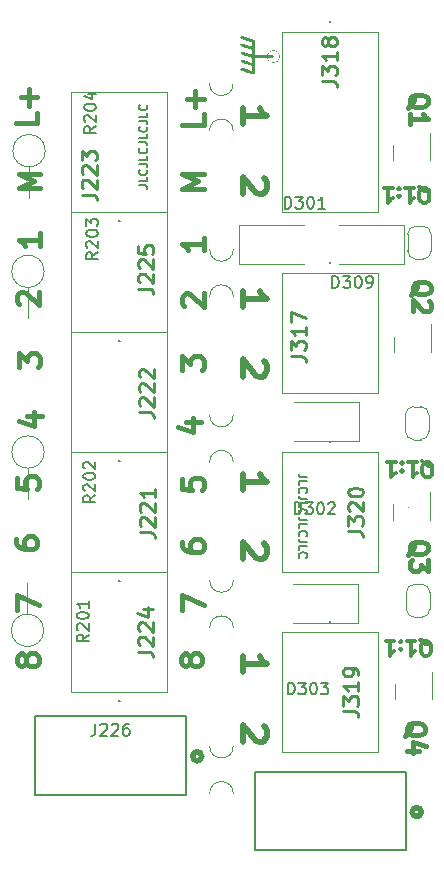
<source format=gbr>
%TF.GenerationSoftware,KiCad,Pcbnew,7.0.10*%
%TF.CreationDate,2024-08-03T20:42:22-04:00*%
%TF.ProjectId,12.X.2 - PLC Connector Combined,31322e58-2e32-4202-9d20-504c4320436f,rev?*%
%TF.SameCoordinates,Original*%
%TF.FileFunction,Legend,Top*%
%TF.FilePolarity,Positive*%
%FSLAX46Y46*%
G04 Gerber Fmt 4.6, Leading zero omitted, Abs format (unit mm)*
G04 Created by KiCad (PCBNEW 7.0.10) date 2024-08-03 20:42:22*
%MOMM*%
%LPD*%
G01*
G04 APERTURE LIST*
%ADD10C,0.000000*%
%ADD11C,0.006614*%
%ADD12C,0.457200*%
%ADD13C,0.300000*%
%ADD14C,0.381000*%
%ADD15C,0.177800*%
%ADD16C,0.508000*%
%ADD17C,0.254000*%
%ADD18C,0.150000*%
%ADD19C,0.100000*%
%ADD20C,0.200000*%
%ADD21C,0.120000*%
%ADD22C,0.152400*%
G04 APERTURE END LIST*
D10*
G36*
X103028058Y-65079050D02*
G01*
X103054412Y-65081368D01*
X103084843Y-65085701D01*
X103119576Y-65092096D01*
X103202847Y-65111258D01*
X103306024Y-65139225D01*
X103430906Y-65176370D01*
X103579289Y-65223065D01*
X104145498Y-65408273D01*
X104161373Y-66053856D01*
X104177247Y-66699440D01*
X104674664Y-66699440D01*
X104753510Y-66699297D01*
X104823720Y-66698799D01*
X104885837Y-66697835D01*
X104940405Y-66696298D01*
X104965027Y-66695280D01*
X104987966Y-66694078D01*
X105009288Y-66692679D01*
X105029061Y-66691068D01*
X105047354Y-66689233D01*
X105064235Y-66687159D01*
X105079770Y-66684833D01*
X105094029Y-66682242D01*
X105107078Y-66679371D01*
X105118986Y-66676208D01*
X105129820Y-66672739D01*
X105139649Y-66668950D01*
X105148539Y-66664828D01*
X105156560Y-66660359D01*
X105163778Y-66655530D01*
X105170262Y-66650326D01*
X105176079Y-66644735D01*
X105181297Y-66638743D01*
X105185985Y-66632336D01*
X105190209Y-66625501D01*
X105194038Y-66618224D01*
X105197539Y-66610491D01*
X105200781Y-66602290D01*
X105203831Y-66593606D01*
X105209313Y-66577332D01*
X105215816Y-66561263D01*
X105223305Y-66545422D01*
X105231746Y-66529827D01*
X105251351Y-66499461D01*
X105274359Y-66470327D01*
X105300498Y-66442588D01*
X105329498Y-66416408D01*
X105361086Y-66391948D01*
X105394992Y-66369372D01*
X105430945Y-66348842D01*
X105468673Y-66330521D01*
X105507904Y-66314573D01*
X105548368Y-66301159D01*
X105589793Y-66290443D01*
X105631908Y-66282586D01*
X105674442Y-66277753D01*
X105706539Y-66276515D01*
X105717123Y-66276106D01*
X105746047Y-66276551D01*
X105773398Y-66277925D01*
X105799338Y-66280292D01*
X105824031Y-66283713D01*
X105847638Y-66288250D01*
X105870323Y-66293966D01*
X105892248Y-66300921D01*
X105913576Y-66309179D01*
X105934470Y-66318801D01*
X105955093Y-66329850D01*
X105975607Y-66342386D01*
X105996175Y-66356473D01*
X106016961Y-66372173D01*
X106038126Y-66389546D01*
X106059834Y-66408656D01*
X106082248Y-66429565D01*
X106104028Y-66451922D01*
X106123785Y-66473490D01*
X106141604Y-66494468D01*
X106157571Y-66515058D01*
X106171771Y-66535462D01*
X106184288Y-66555882D01*
X106195208Y-66576519D01*
X106204617Y-66597575D01*
X106212600Y-66619251D01*
X106219242Y-66641748D01*
X106224628Y-66665268D01*
X106228843Y-66690014D01*
X106231974Y-66716185D01*
X106234104Y-66743985D01*
X106235320Y-66773613D01*
X106235706Y-66805273D01*
X106235059Y-66833328D01*
X106233138Y-66860922D01*
X106229968Y-66888025D01*
X106225577Y-66914610D01*
X106219993Y-66940648D01*
X106213242Y-66966112D01*
X106205352Y-66990973D01*
X106196349Y-67015203D01*
X106186261Y-67038775D01*
X106175115Y-67061659D01*
X106162938Y-67083828D01*
X106149758Y-67105255D01*
X106135600Y-67125909D01*
X106120493Y-67145765D01*
X106104464Y-67164793D01*
X106087539Y-67182966D01*
X106069746Y-67200254D01*
X106051112Y-67216631D01*
X106031665Y-67232069D01*
X106011430Y-67246538D01*
X105990436Y-67260011D01*
X105968709Y-67272460D01*
X105946277Y-67283857D01*
X105923167Y-67294173D01*
X105899405Y-67303381D01*
X105875020Y-67311453D01*
X105850038Y-67318359D01*
X105824486Y-67324073D01*
X105798391Y-67328566D01*
X105771781Y-67331810D01*
X105744682Y-67333778D01*
X105717123Y-67334439D01*
X105695781Y-67334024D01*
X105674442Y-67332792D01*
X105653140Y-67330764D01*
X105631908Y-67327959D01*
X105610781Y-67324399D01*
X105589793Y-67320103D01*
X105568977Y-67315092D01*
X105548368Y-67309387D01*
X105527999Y-67303007D01*
X105507904Y-67295973D01*
X105488117Y-67288305D01*
X105468673Y-67280024D01*
X105449604Y-67271150D01*
X105430945Y-67261704D01*
X105412730Y-67251705D01*
X105394992Y-67241174D01*
X105377767Y-67230131D01*
X105361086Y-67218598D01*
X105344985Y-67206593D01*
X105329498Y-67194138D01*
X105314657Y-67181253D01*
X105300498Y-67167957D01*
X105287054Y-67154273D01*
X105274359Y-67140219D01*
X105262447Y-67125816D01*
X105251351Y-67111085D01*
X105241107Y-67096046D01*
X105231746Y-67080718D01*
X105223305Y-67065124D01*
X105215816Y-67049282D01*
X105209313Y-67033214D01*
X105203831Y-67016939D01*
X105197538Y-67000054D01*
X105190199Y-66985045D01*
X105181263Y-66971803D01*
X105178882Y-66969315D01*
X105230289Y-66969315D01*
X105230961Y-66974940D01*
X105232935Y-66981820D01*
X105236149Y-66989848D01*
X105240542Y-66998915D01*
X105246051Y-67008912D01*
X105252613Y-67019730D01*
X105260169Y-67031262D01*
X105268654Y-67043398D01*
X105278007Y-67056030D01*
X105288167Y-67069050D01*
X105299071Y-67082349D01*
X105310656Y-67095818D01*
X105322862Y-67109350D01*
X105335626Y-67122835D01*
X105348887Y-67136165D01*
X105362581Y-67149231D01*
X105380396Y-67167286D01*
X105398196Y-67183782D01*
X105416089Y-67198775D01*
X105434184Y-67212318D01*
X105452588Y-67224466D01*
X105471411Y-67235272D01*
X105490762Y-67244793D01*
X105510748Y-67253080D01*
X105531478Y-67260190D01*
X105553060Y-67266175D01*
X105575604Y-67271091D01*
X105599218Y-67274991D01*
X105624009Y-67277930D01*
X105650088Y-67279962D01*
X105677562Y-67281142D01*
X105706539Y-67281523D01*
X105735517Y-67281142D01*
X105762991Y-67279962D01*
X105789069Y-67277930D01*
X105813861Y-67274991D01*
X105837474Y-67271091D01*
X105860018Y-67266175D01*
X105881601Y-67260190D01*
X105902331Y-67253080D01*
X105922317Y-67244793D01*
X105941667Y-67235272D01*
X105960490Y-67224466D01*
X105978895Y-67212318D01*
X105996989Y-67198775D01*
X106014882Y-67183782D01*
X106032682Y-67167286D01*
X106050498Y-67149231D01*
X106068552Y-67131416D01*
X106085048Y-67113616D01*
X106100041Y-67095723D01*
X106113584Y-67077628D01*
X106125732Y-67059224D01*
X106136539Y-67040401D01*
X106146059Y-67021050D01*
X106154347Y-67001065D01*
X106161456Y-66980335D01*
X106167441Y-66958752D01*
X106172357Y-66936208D01*
X106176257Y-66912594D01*
X106179196Y-66887803D01*
X106181229Y-66861724D01*
X106182408Y-66834250D01*
X106182789Y-66805273D01*
X106182264Y-66777835D01*
X106180696Y-66751090D01*
X106178098Y-66725051D01*
X106174480Y-66699729D01*
X106169854Y-66675135D01*
X106164232Y-66651282D01*
X106157626Y-66628181D01*
X106150047Y-66605843D01*
X106141507Y-66584281D01*
X106132017Y-66563505D01*
X106121589Y-66543527D01*
X106110236Y-66524360D01*
X106097967Y-66506014D01*
X106084795Y-66488502D01*
X106070732Y-66471834D01*
X106055789Y-66456023D01*
X106039978Y-66441080D01*
X106023311Y-66427017D01*
X106005798Y-66413845D01*
X105987452Y-66401577D01*
X105968285Y-66390223D01*
X105948307Y-66379795D01*
X105927532Y-66370305D01*
X105905969Y-66361765D01*
X105883631Y-66354186D01*
X105860530Y-66347580D01*
X105836677Y-66341958D01*
X105812083Y-66337333D01*
X105786761Y-66333715D01*
X105760722Y-66331116D01*
X105733977Y-66329548D01*
X105706539Y-66329023D01*
X105677562Y-66329404D01*
X105650088Y-66330584D01*
X105624009Y-66332616D01*
X105599218Y-66335555D01*
X105575604Y-66339455D01*
X105553060Y-66344371D01*
X105531478Y-66350356D01*
X105510748Y-66357466D01*
X105490762Y-66365753D01*
X105471411Y-66375273D01*
X105452588Y-66386080D01*
X105434184Y-66398228D01*
X105416089Y-66411771D01*
X105398196Y-66426764D01*
X105380396Y-66443260D01*
X105362581Y-66461314D01*
X105348887Y-66474381D01*
X105335626Y-66487711D01*
X105322862Y-66501196D01*
X105310656Y-66514727D01*
X105299071Y-66528197D01*
X105288167Y-66541496D01*
X105278007Y-66554516D01*
X105268654Y-66567148D01*
X105260169Y-66579284D01*
X105252613Y-66590816D01*
X105246051Y-66601634D01*
X105240542Y-66611631D01*
X105236149Y-66620698D01*
X105232935Y-66628726D01*
X105231789Y-66632316D01*
X105230961Y-66635606D01*
X105230458Y-66638582D01*
X105230289Y-66641231D01*
X105230658Y-66643726D01*
X105231753Y-66646248D01*
X105236046Y-66651349D01*
X105243021Y-66656498D01*
X105252531Y-66661654D01*
X105264428Y-66666779D01*
X105278565Y-66671834D01*
X105294796Y-66676781D01*
X105312972Y-66681580D01*
X105332946Y-66686194D01*
X105354571Y-66690582D01*
X105402186Y-66698530D01*
X105454637Y-66705114D01*
X105510748Y-66710023D01*
X105546975Y-66712197D01*
X105580304Y-66714767D01*
X105595906Y-66716207D01*
X105610811Y-66717755D01*
X105625031Y-66719413D01*
X105638574Y-66721185D01*
X105651451Y-66723073D01*
X105663671Y-66725080D01*
X105675244Y-66727209D01*
X105686179Y-66729464D01*
X105696486Y-66731846D01*
X105706175Y-66734359D01*
X105715255Y-66737005D01*
X105723737Y-66739788D01*
X105731630Y-66742711D01*
X105738943Y-66745776D01*
X105745686Y-66748987D01*
X105751870Y-66752346D01*
X105757503Y-66755856D01*
X105762595Y-66759520D01*
X105767157Y-66763341D01*
X105771197Y-66767322D01*
X105774725Y-66771465D01*
X105777752Y-66775775D01*
X105780286Y-66780253D01*
X105782338Y-66784902D01*
X105783917Y-66789726D01*
X105785033Y-66794727D01*
X105785696Y-66799908D01*
X105785914Y-66805273D01*
X105785033Y-66815819D01*
X105782338Y-66825644D01*
X105777752Y-66834771D01*
X105771197Y-66843224D01*
X105762595Y-66851026D01*
X105751870Y-66858200D01*
X105738943Y-66864769D01*
X105723737Y-66870757D01*
X105706175Y-66876187D01*
X105686179Y-66881082D01*
X105663671Y-66885466D01*
X105638574Y-66889361D01*
X105610811Y-66892791D01*
X105580304Y-66895779D01*
X105546975Y-66898349D01*
X105510748Y-66900523D01*
X105482309Y-66902749D01*
X105454637Y-66905432D01*
X105427881Y-66908534D01*
X105402186Y-66912016D01*
X105377700Y-66915838D01*
X105354571Y-66919964D01*
X105332946Y-66924352D01*
X105312972Y-66928966D01*
X105294796Y-66933765D01*
X105278565Y-66938712D01*
X105264428Y-66943767D01*
X105252531Y-66948892D01*
X105247468Y-66951469D01*
X105243021Y-66954048D01*
X105239207Y-66956626D01*
X105236046Y-66959196D01*
X105233555Y-66961755D01*
X105231753Y-66964298D01*
X105230658Y-66966819D01*
X105230289Y-66969315D01*
X105178882Y-66969315D01*
X105170179Y-66960219D01*
X105156398Y-66950186D01*
X105139370Y-66941595D01*
X105118543Y-66934337D01*
X105093367Y-66928304D01*
X105063293Y-66923387D01*
X105027769Y-66919478D01*
X104986246Y-66916468D01*
X104938173Y-66914248D01*
X104820175Y-66911747D01*
X104669373Y-66911106D01*
X104171956Y-66911106D01*
X104171956Y-67599023D01*
X104171764Y-67698437D01*
X104171160Y-67788603D01*
X104170107Y-67869948D01*
X104168566Y-67942898D01*
X104166498Y-68007880D01*
X104163863Y-68065320D01*
X104160625Y-68115644D01*
X104156742Y-68159278D01*
X104154548Y-68178720D01*
X104152178Y-68196649D01*
X104149628Y-68213119D01*
X104146893Y-68228183D01*
X104143968Y-68241895D01*
X104140848Y-68254307D01*
X104137529Y-68265473D01*
X104134005Y-68275447D01*
X104130272Y-68284281D01*
X104126324Y-68292028D01*
X104122158Y-68298743D01*
X104117768Y-68304478D01*
X104113149Y-68309287D01*
X104108297Y-68313223D01*
X104103206Y-68316340D01*
X104097873Y-68318689D01*
X104085266Y-68321531D01*
X104067527Y-68322198D01*
X104018074Y-68317491D01*
X103952358Y-68305527D01*
X103873225Y-68287270D01*
X103783518Y-68263680D01*
X103686084Y-68235718D01*
X103479409Y-68170523D01*
X103275959Y-68099375D01*
X103098492Y-68029963D01*
X103026614Y-67998311D01*
X102969766Y-67969977D01*
X102930793Y-67945921D01*
X102918898Y-67935799D01*
X102912539Y-67927106D01*
X102910804Y-67919923D01*
X102909573Y-67912306D01*
X102908854Y-67904317D01*
X102908653Y-67896018D01*
X102908980Y-67887470D01*
X102909842Y-67878737D01*
X102911246Y-67869880D01*
X102913201Y-67860960D01*
X102915714Y-67852041D01*
X102918792Y-67843184D01*
X102922444Y-67834450D01*
X102926678Y-67825903D01*
X102931501Y-67817604D01*
X102936920Y-67809615D01*
X102942945Y-67801997D01*
X102946186Y-67798348D01*
X102949581Y-67794814D01*
X102963229Y-67786553D01*
X102984101Y-67781554D01*
X103011856Y-67779734D01*
X103046154Y-67781006D01*
X103086653Y-67785287D01*
X103133012Y-67792489D01*
X103241946Y-67815320D01*
X103370227Y-67848816D01*
X103515128Y-67892297D01*
X103673919Y-67945079D01*
X103843873Y-68006481D01*
X103851562Y-68009518D01*
X103855221Y-68010337D01*
X103858756Y-68010688D01*
X103862166Y-68010569D01*
X103865453Y-68009981D01*
X103868615Y-68008922D01*
X103871654Y-68007391D01*
X103874568Y-68005387D01*
X103877359Y-68002909D01*
X103882568Y-67996528D01*
X103887281Y-67988241D01*
X103891498Y-67978038D01*
X103895218Y-67965914D01*
X103898443Y-67951859D01*
X103901171Y-67935867D01*
X103903404Y-67917928D01*
X103905140Y-67898037D01*
X103906380Y-67876184D01*
X103907125Y-67852363D01*
X103907373Y-67826564D01*
X103907373Y-67620190D01*
X103425831Y-67466731D01*
X103340720Y-67438680D01*
X103263856Y-67411985D01*
X103228459Y-67399105D01*
X103195054Y-67386515D01*
X103163618Y-67374198D01*
X103134128Y-67362138D01*
X103106560Y-67350318D01*
X103080891Y-67338722D01*
X103057098Y-67327334D01*
X103035157Y-67316136D01*
X103015046Y-67305112D01*
X102996741Y-67294247D01*
X102980219Y-67283523D01*
X102965456Y-67272924D01*
X102952430Y-67262433D01*
X102941116Y-67252035D01*
X102931493Y-67241712D01*
X102923536Y-67231448D01*
X102917223Y-67221227D01*
X102912529Y-67211032D01*
X102909432Y-67200847D01*
X102907909Y-67190655D01*
X102907936Y-67180440D01*
X102909491Y-67170185D01*
X102912548Y-67159874D01*
X102917087Y-67149490D01*
X102923083Y-67139017D01*
X102930512Y-67128438D01*
X102939353Y-67117737D01*
X102949581Y-67106898D01*
X102963229Y-67098636D01*
X102984101Y-67093638D01*
X103011856Y-67091817D01*
X103046154Y-67093090D01*
X103086653Y-67097370D01*
X103133012Y-67104572D01*
X103241946Y-67127403D01*
X103370227Y-67160900D01*
X103515128Y-67204380D01*
X103673919Y-67257163D01*
X103843873Y-67318565D01*
X103851562Y-67321602D01*
X103855221Y-67322420D01*
X103858756Y-67322771D01*
X103862166Y-67322653D01*
X103865453Y-67322064D01*
X103868615Y-67321005D01*
X103871654Y-67319474D01*
X103874568Y-67317470D01*
X103877359Y-67314992D01*
X103882568Y-67308612D01*
X103887281Y-67300324D01*
X103891498Y-67290122D01*
X103895218Y-67277997D01*
X103898443Y-67263943D01*
X103901171Y-67247950D01*
X103903404Y-67230012D01*
X103905140Y-67210120D01*
X103906380Y-67188268D01*
X103907125Y-67164446D01*
X103907373Y-67138648D01*
X103907373Y-66932273D01*
X103425831Y-66778815D01*
X103340720Y-66750763D01*
X103263856Y-66724069D01*
X103228459Y-66711189D01*
X103195054Y-66698598D01*
X103163618Y-66686282D01*
X103134128Y-66674221D01*
X103106560Y-66662402D01*
X103080891Y-66650806D01*
X103057098Y-66639417D01*
X103035157Y-66628219D01*
X103015046Y-66617196D01*
X102996741Y-66606330D01*
X102980219Y-66595606D01*
X102965456Y-66585007D01*
X102952430Y-66574517D01*
X102941116Y-66564118D01*
X102931493Y-66553795D01*
X102923536Y-66543532D01*
X102917223Y-66533311D01*
X102912529Y-66523116D01*
X102909432Y-66512930D01*
X102907909Y-66502738D01*
X102907936Y-66492523D01*
X102909491Y-66482268D01*
X102912548Y-66471957D01*
X102917087Y-66461573D01*
X102923083Y-66451100D01*
X102930512Y-66440521D01*
X102939353Y-66429821D01*
X102949581Y-66418981D01*
X102963228Y-66410719D01*
X102984091Y-66405721D01*
X103011821Y-66403901D01*
X103046071Y-66405173D01*
X103086491Y-66409453D01*
X103132733Y-66416656D01*
X103241284Y-66439486D01*
X103368935Y-66472983D01*
X103512896Y-66516464D01*
X103670374Y-66569246D01*
X103838581Y-66630648D01*
X103847202Y-66633748D01*
X103851282Y-66634648D01*
X103855210Y-66635113D01*
X103858988Y-66635144D01*
X103862614Y-66634741D01*
X103866092Y-66633903D01*
X103869421Y-66632632D01*
X103872604Y-66630927D01*
X103875639Y-66628788D01*
X103878530Y-66626214D01*
X103881276Y-66623206D01*
X103883879Y-66619765D01*
X103886339Y-66615889D01*
X103890836Y-66606835D01*
X103894775Y-66596045D01*
X103898164Y-66583519D01*
X103901010Y-66569256D01*
X103903321Y-66553257D01*
X103905105Y-66535522D01*
X103906370Y-66516050D01*
X103907123Y-66494842D01*
X103907373Y-66471898D01*
X103907373Y-66286690D01*
X103425831Y-66112065D01*
X103341591Y-66081161D01*
X103265365Y-66051862D01*
X103196985Y-66024035D01*
X103165683Y-66010633D01*
X103136278Y-65997550D01*
X103108749Y-65984769D01*
X103083074Y-65972273D01*
X103059233Y-65960048D01*
X103037204Y-65948075D01*
X103016965Y-65936338D01*
X102998495Y-65924822D01*
X102981774Y-65913508D01*
X102966779Y-65902382D01*
X102953489Y-65891427D01*
X102941884Y-65880625D01*
X102931941Y-65869961D01*
X102923639Y-65859419D01*
X102916958Y-65848980D01*
X102911875Y-65838630D01*
X102908370Y-65828352D01*
X102906421Y-65818129D01*
X102906007Y-65807945D01*
X102907106Y-65797783D01*
X102909697Y-65787627D01*
X102913759Y-65777460D01*
X102919271Y-65767266D01*
X102926210Y-65757028D01*
X102934557Y-65746731D01*
X102944289Y-65736356D01*
X102953426Y-65729290D01*
X102965043Y-65723975D01*
X102979264Y-65720427D01*
X102996214Y-65718662D01*
X103016016Y-65718696D01*
X103038795Y-65720543D01*
X103064675Y-65724220D01*
X103093779Y-65729742D01*
X103126232Y-65737124D01*
X103162157Y-65746382D01*
X103244922Y-65770587D01*
X103343066Y-65802481D01*
X103457581Y-65842190D01*
X103907373Y-66006231D01*
X103907373Y-65609356D01*
X103425831Y-65455898D01*
X103340720Y-65427847D01*
X103263856Y-65401152D01*
X103228459Y-65388272D01*
X103195054Y-65375682D01*
X103163618Y-65363365D01*
X103134128Y-65351305D01*
X103106560Y-65339485D01*
X103080891Y-65327889D01*
X103057098Y-65316500D01*
X103035157Y-65305303D01*
X103015046Y-65294279D01*
X102996741Y-65283414D01*
X102980219Y-65272690D01*
X102965456Y-65262091D01*
X102952430Y-65251600D01*
X102941116Y-65241202D01*
X102931493Y-65230879D01*
X102923536Y-65220615D01*
X102917223Y-65210394D01*
X102912529Y-65200199D01*
X102909432Y-65190014D01*
X102907909Y-65179822D01*
X102907936Y-65169607D01*
X102909491Y-65159351D01*
X102912548Y-65149040D01*
X102917087Y-65138656D01*
X102923083Y-65128183D01*
X102930512Y-65117605D01*
X102939353Y-65106904D01*
X102949581Y-65096065D01*
X102958920Y-65089003D01*
X102971213Y-65083724D01*
X102986684Y-65080275D01*
X103005557Y-65078701D01*
X103028058Y-65079050D01*
G37*
D11*
X117134251Y-104970999D02*
X117101442Y-104949303D01*
D12*
X83998864Y-102452795D02*
X83998864Y-103323652D01*
X83998864Y-103323652D02*
X84869721Y-103410738D01*
X84869721Y-103410738D02*
X84782636Y-103323652D01*
X84782636Y-103323652D02*
X84695550Y-103149481D01*
X84695550Y-103149481D02*
X84695550Y-102714052D01*
X84695550Y-102714052D02*
X84782636Y-102539881D01*
X84782636Y-102539881D02*
X84869721Y-102452795D01*
X84869721Y-102452795D02*
X85043893Y-102365709D01*
X85043893Y-102365709D02*
X85479321Y-102365709D01*
X85479321Y-102365709D02*
X85653493Y-102452795D01*
X85653493Y-102452795D02*
X85740579Y-102539881D01*
X85740579Y-102539881D02*
X85827664Y-102714052D01*
X85827664Y-102714052D02*
X85827664Y-103149481D01*
X85827664Y-103149481D02*
X85740579Y-103323652D01*
X85740579Y-103323652D02*
X85653493Y-103410738D01*
D13*
X118000930Y-77817527D02*
X118119978Y-77877051D01*
X118119978Y-77877051D02*
X118239025Y-77996099D01*
X118239025Y-77996099D02*
X118417597Y-78174670D01*
X118417597Y-78174670D02*
X118536644Y-78234194D01*
X118536644Y-78234194D02*
X118655692Y-78234194D01*
X118596168Y-77936575D02*
X118715216Y-77996099D01*
X118715216Y-77996099D02*
X118834263Y-78115146D01*
X118834263Y-78115146D02*
X118893787Y-78353241D01*
X118893787Y-78353241D02*
X118893787Y-78769908D01*
X118893787Y-78769908D02*
X118834263Y-79008003D01*
X118834263Y-79008003D02*
X118715216Y-79127051D01*
X118715216Y-79127051D02*
X118596168Y-79186575D01*
X118596168Y-79186575D02*
X118358073Y-79186575D01*
X118358073Y-79186575D02*
X118239025Y-79127051D01*
X118239025Y-79127051D02*
X118119978Y-79008003D01*
X118119978Y-79008003D02*
X118060454Y-78769908D01*
X118060454Y-78769908D02*
X118060454Y-78353241D01*
X118060454Y-78353241D02*
X118119978Y-78115146D01*
X118119978Y-78115146D02*
X118239025Y-77996099D01*
X118239025Y-77996099D02*
X118358073Y-77936575D01*
X118358073Y-77936575D02*
X118596168Y-77936575D01*
X116869978Y-77936575D02*
X117584263Y-77936575D01*
X117227120Y-77936575D02*
X117227120Y-79186575D01*
X117227120Y-79186575D02*
X117346168Y-79008003D01*
X117346168Y-79008003D02*
X117465216Y-78888956D01*
X117465216Y-78888956D02*
X117584263Y-78829432D01*
X116334263Y-78055622D02*
X116274740Y-77996099D01*
X116274740Y-77996099D02*
X116334263Y-77936575D01*
X116334263Y-77936575D02*
X116393787Y-77996099D01*
X116393787Y-77996099D02*
X116334263Y-78055622D01*
X116334263Y-78055622D02*
X116334263Y-77936575D01*
X116334263Y-78710384D02*
X116274740Y-78650860D01*
X116274740Y-78650860D02*
X116334263Y-78591337D01*
X116334263Y-78591337D02*
X116393787Y-78650860D01*
X116393787Y-78650860D02*
X116334263Y-78710384D01*
X116334263Y-78710384D02*
X116334263Y-78591337D01*
X115084264Y-77936575D02*
X115798549Y-77936575D01*
X115441406Y-77936575D02*
X115441406Y-79186575D01*
X115441406Y-79186575D02*
X115560454Y-79008003D01*
X115560454Y-79008003D02*
X115679502Y-78888956D01*
X115679502Y-78888956D02*
X115798549Y-78829432D01*
D12*
X84782636Y-118048395D02*
X84695550Y-118222566D01*
X84695550Y-118222566D02*
X84608464Y-118309652D01*
X84608464Y-118309652D02*
X84434293Y-118396738D01*
X84434293Y-118396738D02*
X84347207Y-118396738D01*
X84347207Y-118396738D02*
X84173036Y-118309652D01*
X84173036Y-118309652D02*
X84085950Y-118222566D01*
X84085950Y-118222566D02*
X83998864Y-118048395D01*
X83998864Y-118048395D02*
X83998864Y-117700052D01*
X83998864Y-117700052D02*
X84085950Y-117525881D01*
X84085950Y-117525881D02*
X84173036Y-117438795D01*
X84173036Y-117438795D02*
X84347207Y-117351709D01*
X84347207Y-117351709D02*
X84434293Y-117351709D01*
X84434293Y-117351709D02*
X84608464Y-117438795D01*
X84608464Y-117438795D02*
X84695550Y-117525881D01*
X84695550Y-117525881D02*
X84782636Y-117700052D01*
X84782636Y-117700052D02*
X84782636Y-118048395D01*
X84782636Y-118048395D02*
X84869721Y-118222566D01*
X84869721Y-118222566D02*
X84956807Y-118309652D01*
X84956807Y-118309652D02*
X85130979Y-118396738D01*
X85130979Y-118396738D02*
X85479321Y-118396738D01*
X85479321Y-118396738D02*
X85653493Y-118309652D01*
X85653493Y-118309652D02*
X85740579Y-118222566D01*
X85740579Y-118222566D02*
X85827664Y-118048395D01*
X85827664Y-118048395D02*
X85827664Y-117700052D01*
X85827664Y-117700052D02*
X85740579Y-117525881D01*
X85740579Y-117525881D02*
X85653493Y-117438795D01*
X85653493Y-117438795D02*
X85479321Y-117351709D01*
X85479321Y-117351709D02*
X85130979Y-117351709D01*
X85130979Y-117351709D02*
X84956807Y-117438795D01*
X84956807Y-117438795D02*
X84869721Y-117525881D01*
X84869721Y-117525881D02*
X84782636Y-117700052D01*
D14*
X117104428Y-71142513D02*
X117177000Y-70997370D01*
X117177000Y-70997370D02*
X117322143Y-70852227D01*
X117322143Y-70852227D02*
X117539857Y-70634513D01*
X117539857Y-70634513D02*
X117612428Y-70489370D01*
X117612428Y-70489370D02*
X117612428Y-70344227D01*
X117249571Y-70416798D02*
X117322143Y-70271656D01*
X117322143Y-70271656D02*
X117467285Y-70126513D01*
X117467285Y-70126513D02*
X117757571Y-70053941D01*
X117757571Y-70053941D02*
X118265571Y-70053941D01*
X118265571Y-70053941D02*
X118555857Y-70126513D01*
X118555857Y-70126513D02*
X118701000Y-70271656D01*
X118701000Y-70271656D02*
X118773571Y-70416798D01*
X118773571Y-70416798D02*
X118773571Y-70707084D01*
X118773571Y-70707084D02*
X118701000Y-70852227D01*
X118701000Y-70852227D02*
X118555857Y-70997370D01*
X118555857Y-70997370D02*
X118265571Y-71069941D01*
X118265571Y-71069941D02*
X117757571Y-71069941D01*
X117757571Y-71069941D02*
X117467285Y-70997370D01*
X117467285Y-70997370D02*
X117322143Y-70852227D01*
X117322143Y-70852227D02*
X117249571Y-70707084D01*
X117249571Y-70707084D02*
X117249571Y-70416798D01*
X117249571Y-72521369D02*
X117249571Y-71650512D01*
X117249571Y-72085941D02*
X118773571Y-72085941D01*
X118773571Y-72085941D02*
X118555857Y-71940798D01*
X118555857Y-71940798D02*
X118410714Y-71795655D01*
X118410714Y-71795655D02*
X118338143Y-71650512D01*
D12*
X98143036Y-87916738D02*
X98055950Y-87829652D01*
X98055950Y-87829652D02*
X97968864Y-87655481D01*
X97968864Y-87655481D02*
X97968864Y-87220052D01*
X97968864Y-87220052D02*
X98055950Y-87045881D01*
X98055950Y-87045881D02*
X98143036Y-86958795D01*
X98143036Y-86958795D02*
X98317207Y-86871709D01*
X98317207Y-86871709D02*
X98491379Y-86871709D01*
X98491379Y-86871709D02*
X98752636Y-86958795D01*
X98752636Y-86958795D02*
X99797664Y-88003823D01*
X99797664Y-88003823D02*
X99797664Y-86871709D01*
X85700664Y-71577281D02*
X85700664Y-72448138D01*
X85700664Y-72448138D02*
X83871864Y-72448138D01*
X85003979Y-70967681D02*
X85003979Y-69574310D01*
X85700664Y-70270995D02*
X84307293Y-70270995D01*
X84862464Y-97205881D02*
X86081664Y-97205881D01*
X84165779Y-97641309D02*
X85472064Y-98076738D01*
X85472064Y-98076738D02*
X85472064Y-96944623D01*
D13*
X118254930Y-101058527D02*
X118373978Y-101118051D01*
X118373978Y-101118051D02*
X118493025Y-101237099D01*
X118493025Y-101237099D02*
X118671597Y-101415670D01*
X118671597Y-101415670D02*
X118790644Y-101475194D01*
X118790644Y-101475194D02*
X118909692Y-101475194D01*
X118850168Y-101177575D02*
X118969216Y-101237099D01*
X118969216Y-101237099D02*
X119088263Y-101356146D01*
X119088263Y-101356146D02*
X119147787Y-101594241D01*
X119147787Y-101594241D02*
X119147787Y-102010908D01*
X119147787Y-102010908D02*
X119088263Y-102249003D01*
X119088263Y-102249003D02*
X118969216Y-102368051D01*
X118969216Y-102368051D02*
X118850168Y-102427575D01*
X118850168Y-102427575D02*
X118612073Y-102427575D01*
X118612073Y-102427575D02*
X118493025Y-102368051D01*
X118493025Y-102368051D02*
X118373978Y-102249003D01*
X118373978Y-102249003D02*
X118314454Y-102010908D01*
X118314454Y-102010908D02*
X118314454Y-101594241D01*
X118314454Y-101594241D02*
X118373978Y-101356146D01*
X118373978Y-101356146D02*
X118493025Y-101237099D01*
X118493025Y-101237099D02*
X118612073Y-101177575D01*
X118612073Y-101177575D02*
X118850168Y-101177575D01*
X117123978Y-101177575D02*
X117838263Y-101177575D01*
X117481120Y-101177575D02*
X117481120Y-102427575D01*
X117481120Y-102427575D02*
X117600168Y-102249003D01*
X117600168Y-102249003D02*
X117719216Y-102129956D01*
X117719216Y-102129956D02*
X117838263Y-102070432D01*
X116588263Y-101296622D02*
X116528740Y-101237099D01*
X116528740Y-101237099D02*
X116588263Y-101177575D01*
X116588263Y-101177575D02*
X116647787Y-101237099D01*
X116647787Y-101237099D02*
X116588263Y-101296622D01*
X116588263Y-101296622D02*
X116588263Y-101177575D01*
X116588263Y-101951384D02*
X116528740Y-101891860D01*
X116528740Y-101891860D02*
X116588263Y-101832337D01*
X116588263Y-101832337D02*
X116647787Y-101891860D01*
X116647787Y-101891860D02*
X116588263Y-101951384D01*
X116588263Y-101951384D02*
X116588263Y-101832337D01*
X115338264Y-101177575D02*
X116052549Y-101177575D01*
X115695406Y-101177575D02*
X115695406Y-102427575D01*
X115695406Y-102427575D02*
X115814454Y-102249003D01*
X115814454Y-102249003D02*
X115933502Y-102129956D01*
X115933502Y-102129956D02*
X116052549Y-102070432D01*
D12*
X97968864Y-113657823D02*
X97968864Y-112438623D01*
X97968864Y-112438623D02*
X99797664Y-113222395D01*
X85954664Y-77970823D02*
X84125864Y-77970823D01*
X84125864Y-77970823D02*
X85432150Y-77361223D01*
X85432150Y-77361223D02*
X84125864Y-76751623D01*
X84125864Y-76751623D02*
X85954664Y-76751623D01*
X84125864Y-93083823D02*
X84125864Y-91951709D01*
X84125864Y-91951709D02*
X84822550Y-92561309D01*
X84822550Y-92561309D02*
X84822550Y-92300052D01*
X84822550Y-92300052D02*
X84909636Y-92125881D01*
X84909636Y-92125881D02*
X84996721Y-92038795D01*
X84996721Y-92038795D02*
X85170893Y-91951709D01*
X85170893Y-91951709D02*
X85606321Y-91951709D01*
X85606321Y-91951709D02*
X85780493Y-92038795D01*
X85780493Y-92038795D02*
X85867579Y-92125881D01*
X85867579Y-92125881D02*
X85954664Y-92300052D01*
X85954664Y-92300052D02*
X85954664Y-92822566D01*
X85954664Y-92822566D02*
X85867579Y-92996738D01*
X85867579Y-92996738D02*
X85780493Y-93083823D01*
D14*
X116850428Y-124355513D02*
X116923000Y-124210370D01*
X116923000Y-124210370D02*
X117068143Y-124065227D01*
X117068143Y-124065227D02*
X117285857Y-123847513D01*
X117285857Y-123847513D02*
X117358428Y-123702370D01*
X117358428Y-123702370D02*
X117358428Y-123557227D01*
X116995571Y-123629798D02*
X117068143Y-123484656D01*
X117068143Y-123484656D02*
X117213285Y-123339513D01*
X117213285Y-123339513D02*
X117503571Y-123266941D01*
X117503571Y-123266941D02*
X118011571Y-123266941D01*
X118011571Y-123266941D02*
X118301857Y-123339513D01*
X118301857Y-123339513D02*
X118447000Y-123484656D01*
X118447000Y-123484656D02*
X118519571Y-123629798D01*
X118519571Y-123629798D02*
X118519571Y-123920084D01*
X118519571Y-123920084D02*
X118447000Y-124065227D01*
X118447000Y-124065227D02*
X118301857Y-124210370D01*
X118301857Y-124210370D02*
X118011571Y-124282941D01*
X118011571Y-124282941D02*
X117503571Y-124282941D01*
X117503571Y-124282941D02*
X117213285Y-124210370D01*
X117213285Y-124210370D02*
X117068143Y-124065227D01*
X117068143Y-124065227D02*
X116995571Y-123920084D01*
X116995571Y-123920084D02*
X116995571Y-123629798D01*
X118011571Y-125589227D02*
X116995571Y-125589227D01*
X118592143Y-125226369D02*
X117503571Y-124863512D01*
X117503571Y-124863512D02*
X117503571Y-125806941D01*
D15*
X94319818Y-77725290D02*
X94827818Y-77725290D01*
X94827818Y-77725290D02*
X94929418Y-77759157D01*
X94929418Y-77759157D02*
X94997152Y-77826890D01*
X94997152Y-77826890D02*
X95031018Y-77928490D01*
X95031018Y-77928490D02*
X95031018Y-77996224D01*
X95031018Y-77047957D02*
X95031018Y-77386623D01*
X95031018Y-77386623D02*
X94319818Y-77386623D01*
X94963285Y-76404490D02*
X94997152Y-76438357D01*
X94997152Y-76438357D02*
X95031018Y-76539957D01*
X95031018Y-76539957D02*
X95031018Y-76607690D01*
X95031018Y-76607690D02*
X94997152Y-76709290D01*
X94997152Y-76709290D02*
X94929418Y-76777024D01*
X94929418Y-76777024D02*
X94861685Y-76810890D01*
X94861685Y-76810890D02*
X94726218Y-76844757D01*
X94726218Y-76844757D02*
X94624618Y-76844757D01*
X94624618Y-76844757D02*
X94489152Y-76810890D01*
X94489152Y-76810890D02*
X94421418Y-76777024D01*
X94421418Y-76777024D02*
X94353685Y-76709290D01*
X94353685Y-76709290D02*
X94319818Y-76607690D01*
X94319818Y-76607690D02*
X94319818Y-76539957D01*
X94319818Y-76539957D02*
X94353685Y-76438357D01*
X94353685Y-76438357D02*
X94387552Y-76404490D01*
X94319818Y-75896490D02*
X94827818Y-75896490D01*
X94827818Y-75896490D02*
X94929418Y-75930357D01*
X94929418Y-75930357D02*
X94997152Y-75998090D01*
X94997152Y-75998090D02*
X95031018Y-76099690D01*
X95031018Y-76099690D02*
X95031018Y-76167424D01*
X95031018Y-75219157D02*
X95031018Y-75557823D01*
X95031018Y-75557823D02*
X94319818Y-75557823D01*
X94963285Y-74575690D02*
X94997152Y-74609557D01*
X94997152Y-74609557D02*
X95031018Y-74711157D01*
X95031018Y-74711157D02*
X95031018Y-74778890D01*
X95031018Y-74778890D02*
X94997152Y-74880490D01*
X94997152Y-74880490D02*
X94929418Y-74948224D01*
X94929418Y-74948224D02*
X94861685Y-74982090D01*
X94861685Y-74982090D02*
X94726218Y-75015957D01*
X94726218Y-75015957D02*
X94624618Y-75015957D01*
X94624618Y-75015957D02*
X94489152Y-74982090D01*
X94489152Y-74982090D02*
X94421418Y-74948224D01*
X94421418Y-74948224D02*
X94353685Y-74880490D01*
X94353685Y-74880490D02*
X94319818Y-74778890D01*
X94319818Y-74778890D02*
X94319818Y-74711157D01*
X94319818Y-74711157D02*
X94353685Y-74609557D01*
X94353685Y-74609557D02*
X94387552Y-74575690D01*
X94319818Y-74067690D02*
X94827818Y-74067690D01*
X94827818Y-74067690D02*
X94929418Y-74101557D01*
X94929418Y-74101557D02*
X94997152Y-74169290D01*
X94997152Y-74169290D02*
X95031018Y-74270890D01*
X95031018Y-74270890D02*
X95031018Y-74338624D01*
X95031018Y-73390357D02*
X95031018Y-73729023D01*
X95031018Y-73729023D02*
X94319818Y-73729023D01*
X94963285Y-72746890D02*
X94997152Y-72780757D01*
X94997152Y-72780757D02*
X95031018Y-72882357D01*
X95031018Y-72882357D02*
X95031018Y-72950090D01*
X95031018Y-72950090D02*
X94997152Y-73051690D01*
X94997152Y-73051690D02*
X94929418Y-73119424D01*
X94929418Y-73119424D02*
X94861685Y-73153290D01*
X94861685Y-73153290D02*
X94726218Y-73187157D01*
X94726218Y-73187157D02*
X94624618Y-73187157D01*
X94624618Y-73187157D02*
X94489152Y-73153290D01*
X94489152Y-73153290D02*
X94421418Y-73119424D01*
X94421418Y-73119424D02*
X94353685Y-73051690D01*
X94353685Y-73051690D02*
X94319818Y-72950090D01*
X94319818Y-72950090D02*
X94319818Y-72882357D01*
X94319818Y-72882357D02*
X94353685Y-72780757D01*
X94353685Y-72780757D02*
X94387552Y-72746890D01*
X94319818Y-72238890D02*
X94827818Y-72238890D01*
X94827818Y-72238890D02*
X94929418Y-72272757D01*
X94929418Y-72272757D02*
X94997152Y-72340490D01*
X94997152Y-72340490D02*
X95031018Y-72442090D01*
X95031018Y-72442090D02*
X95031018Y-72509824D01*
X95031018Y-71561557D02*
X95031018Y-71900223D01*
X95031018Y-71900223D02*
X94319818Y-71900223D01*
X94963285Y-70918090D02*
X94997152Y-70951957D01*
X94997152Y-70951957D02*
X95031018Y-71053557D01*
X95031018Y-71053557D02*
X95031018Y-71121290D01*
X95031018Y-71121290D02*
X94997152Y-71222890D01*
X94997152Y-71222890D02*
X94929418Y-71290624D01*
X94929418Y-71290624D02*
X94861685Y-71324490D01*
X94861685Y-71324490D02*
X94726218Y-71358357D01*
X94726218Y-71358357D02*
X94624618Y-71358357D01*
X94624618Y-71358357D02*
X94489152Y-71324490D01*
X94489152Y-71324490D02*
X94421418Y-71290624D01*
X94421418Y-71290624D02*
X94353685Y-71222890D01*
X94353685Y-71222890D02*
X94319818Y-71121290D01*
X94319818Y-71121290D02*
X94319818Y-71053557D01*
X94319818Y-71053557D02*
X94353685Y-70951957D01*
X94353685Y-70951957D02*
X94387552Y-70918090D01*
D12*
X83871864Y-107619881D02*
X83871864Y-107968223D01*
X83871864Y-107968223D02*
X83958950Y-108142395D01*
X83958950Y-108142395D02*
X84046036Y-108229481D01*
X84046036Y-108229481D02*
X84307293Y-108403652D01*
X84307293Y-108403652D02*
X84655636Y-108490738D01*
X84655636Y-108490738D02*
X85352321Y-108490738D01*
X85352321Y-108490738D02*
X85526493Y-108403652D01*
X85526493Y-108403652D02*
X85613579Y-108316566D01*
X85613579Y-108316566D02*
X85700664Y-108142395D01*
X85700664Y-108142395D02*
X85700664Y-107794052D01*
X85700664Y-107794052D02*
X85613579Y-107619881D01*
X85613579Y-107619881D02*
X85526493Y-107532795D01*
X85526493Y-107532795D02*
X85352321Y-107445709D01*
X85352321Y-107445709D02*
X84916893Y-107445709D01*
X84916893Y-107445709D02*
X84742721Y-107532795D01*
X84742721Y-107532795D02*
X84655636Y-107619881D01*
X84655636Y-107619881D02*
X84568550Y-107794052D01*
X84568550Y-107794052D02*
X84568550Y-108142395D01*
X84568550Y-108142395D02*
X84655636Y-108316566D01*
X84655636Y-108316566D02*
X84742721Y-108403652D01*
X84742721Y-108403652D02*
X84916893Y-108490738D01*
D14*
X117104428Y-108988513D02*
X117177000Y-108843370D01*
X117177000Y-108843370D02*
X117322143Y-108698227D01*
X117322143Y-108698227D02*
X117539857Y-108480513D01*
X117539857Y-108480513D02*
X117612428Y-108335370D01*
X117612428Y-108335370D02*
X117612428Y-108190227D01*
X117249571Y-108262798D02*
X117322143Y-108117656D01*
X117322143Y-108117656D02*
X117467285Y-107972513D01*
X117467285Y-107972513D02*
X117757571Y-107899941D01*
X117757571Y-107899941D02*
X118265571Y-107899941D01*
X118265571Y-107899941D02*
X118555857Y-107972513D01*
X118555857Y-107972513D02*
X118701000Y-108117656D01*
X118701000Y-108117656D02*
X118773571Y-108262798D01*
X118773571Y-108262798D02*
X118773571Y-108553084D01*
X118773571Y-108553084D02*
X118701000Y-108698227D01*
X118701000Y-108698227D02*
X118555857Y-108843370D01*
X118555857Y-108843370D02*
X118265571Y-108915941D01*
X118265571Y-108915941D02*
X117757571Y-108915941D01*
X117757571Y-108915941D02*
X117467285Y-108843370D01*
X117467285Y-108843370D02*
X117322143Y-108698227D01*
X117322143Y-108698227D02*
X117249571Y-108553084D01*
X117249571Y-108553084D02*
X117249571Y-108262798D01*
X118773571Y-109423941D02*
X118773571Y-110367369D01*
X118773571Y-110367369D02*
X118193000Y-109859369D01*
X118193000Y-109859369D02*
X118193000Y-110077084D01*
X118193000Y-110077084D02*
X118120428Y-110222227D01*
X118120428Y-110222227D02*
X118047857Y-110294798D01*
X118047857Y-110294798D02*
X117902714Y-110367369D01*
X117902714Y-110367369D02*
X117539857Y-110367369D01*
X117539857Y-110367369D02*
X117394714Y-110294798D01*
X117394714Y-110294798D02*
X117322143Y-110222227D01*
X117322143Y-110222227D02*
X117249571Y-110077084D01*
X117249571Y-110077084D02*
X117249571Y-109641655D01*
X117249571Y-109641655D02*
X117322143Y-109496512D01*
X117322143Y-109496512D02*
X117394714Y-109423941D01*
D12*
X84173036Y-87789738D02*
X84085950Y-87702652D01*
X84085950Y-87702652D02*
X83998864Y-87528481D01*
X83998864Y-87528481D02*
X83998864Y-87093052D01*
X83998864Y-87093052D02*
X84085950Y-86918881D01*
X84085950Y-86918881D02*
X84173036Y-86831795D01*
X84173036Y-86831795D02*
X84347207Y-86744709D01*
X84347207Y-86744709D02*
X84521379Y-86744709D01*
X84521379Y-86744709D02*
X84782636Y-86831795D01*
X84782636Y-86831795D02*
X85827664Y-87876823D01*
X85827664Y-87876823D02*
X85827664Y-86744709D01*
D14*
X117358428Y-87017513D02*
X117431000Y-86872370D01*
X117431000Y-86872370D02*
X117576143Y-86727227D01*
X117576143Y-86727227D02*
X117793857Y-86509513D01*
X117793857Y-86509513D02*
X117866428Y-86364370D01*
X117866428Y-86364370D02*
X117866428Y-86219227D01*
X117503571Y-86291798D02*
X117576143Y-86146656D01*
X117576143Y-86146656D02*
X117721285Y-86001513D01*
X117721285Y-86001513D02*
X118011571Y-85928941D01*
X118011571Y-85928941D02*
X118519571Y-85928941D01*
X118519571Y-85928941D02*
X118809857Y-86001513D01*
X118809857Y-86001513D02*
X118955000Y-86146656D01*
X118955000Y-86146656D02*
X119027571Y-86291798D01*
X119027571Y-86291798D02*
X119027571Y-86582084D01*
X119027571Y-86582084D02*
X118955000Y-86727227D01*
X118955000Y-86727227D02*
X118809857Y-86872370D01*
X118809857Y-86872370D02*
X118519571Y-86944941D01*
X118519571Y-86944941D02*
X118011571Y-86944941D01*
X118011571Y-86944941D02*
X117721285Y-86872370D01*
X117721285Y-86872370D02*
X117576143Y-86727227D01*
X117576143Y-86727227D02*
X117503571Y-86582084D01*
X117503571Y-86582084D02*
X117503571Y-86291798D01*
X118882428Y-87525512D02*
X118955000Y-87598084D01*
X118955000Y-87598084D02*
X119027571Y-87743227D01*
X119027571Y-87743227D02*
X119027571Y-88106084D01*
X119027571Y-88106084D02*
X118955000Y-88251227D01*
X118955000Y-88251227D02*
X118882428Y-88323798D01*
X118882428Y-88323798D02*
X118737285Y-88396369D01*
X118737285Y-88396369D02*
X118592143Y-88396369D01*
X118592143Y-88396369D02*
X118374428Y-88323798D01*
X118374428Y-88323798D02*
X117503571Y-87452941D01*
X117503571Y-87452941D02*
X117503571Y-88396369D01*
D15*
X108544682Y-102422932D02*
X108036682Y-102422932D01*
X108036682Y-102422932D02*
X107935082Y-102389065D01*
X107935082Y-102389065D02*
X107867349Y-102321332D01*
X107867349Y-102321332D02*
X107833482Y-102219732D01*
X107833482Y-102219732D02*
X107833482Y-102151999D01*
X107833482Y-103100266D02*
X107833482Y-102761599D01*
X107833482Y-102761599D02*
X108544682Y-102761599D01*
X107901215Y-103743732D02*
X107867349Y-103709865D01*
X107867349Y-103709865D02*
X107833482Y-103608265D01*
X107833482Y-103608265D02*
X107833482Y-103540532D01*
X107833482Y-103540532D02*
X107867349Y-103438932D01*
X107867349Y-103438932D02*
X107935082Y-103371199D01*
X107935082Y-103371199D02*
X108002815Y-103337332D01*
X108002815Y-103337332D02*
X108138282Y-103303465D01*
X108138282Y-103303465D02*
X108239882Y-103303465D01*
X108239882Y-103303465D02*
X108375349Y-103337332D01*
X108375349Y-103337332D02*
X108443082Y-103371199D01*
X108443082Y-103371199D02*
X108510815Y-103438932D01*
X108510815Y-103438932D02*
X108544682Y-103540532D01*
X108544682Y-103540532D02*
X108544682Y-103608265D01*
X108544682Y-103608265D02*
X108510815Y-103709865D01*
X108510815Y-103709865D02*
X108476949Y-103743732D01*
X108544682Y-104251732D02*
X108036682Y-104251732D01*
X108036682Y-104251732D02*
X107935082Y-104217865D01*
X107935082Y-104217865D02*
X107867349Y-104150132D01*
X107867349Y-104150132D02*
X107833482Y-104048532D01*
X107833482Y-104048532D02*
X107833482Y-103980799D01*
X107833482Y-104929066D02*
X107833482Y-104590399D01*
X107833482Y-104590399D02*
X108544682Y-104590399D01*
X107901215Y-105572532D02*
X107867349Y-105538665D01*
X107867349Y-105538665D02*
X107833482Y-105437065D01*
X107833482Y-105437065D02*
X107833482Y-105369332D01*
X107833482Y-105369332D02*
X107867349Y-105267732D01*
X107867349Y-105267732D02*
X107935082Y-105199999D01*
X107935082Y-105199999D02*
X108002815Y-105166132D01*
X108002815Y-105166132D02*
X108138282Y-105132265D01*
X108138282Y-105132265D02*
X108239882Y-105132265D01*
X108239882Y-105132265D02*
X108375349Y-105166132D01*
X108375349Y-105166132D02*
X108443082Y-105199999D01*
X108443082Y-105199999D02*
X108510815Y-105267732D01*
X108510815Y-105267732D02*
X108544682Y-105369332D01*
X108544682Y-105369332D02*
X108544682Y-105437065D01*
X108544682Y-105437065D02*
X108510815Y-105538665D01*
X108510815Y-105538665D02*
X108476949Y-105572532D01*
X108544682Y-106080532D02*
X108036682Y-106080532D01*
X108036682Y-106080532D02*
X107935082Y-106046665D01*
X107935082Y-106046665D02*
X107867349Y-105978932D01*
X107867349Y-105978932D02*
X107833482Y-105877332D01*
X107833482Y-105877332D02*
X107833482Y-105809599D01*
X107833482Y-106757866D02*
X107833482Y-106419199D01*
X107833482Y-106419199D02*
X108544682Y-106419199D01*
X107901215Y-107401332D02*
X107867349Y-107367465D01*
X107867349Y-107367465D02*
X107833482Y-107265865D01*
X107833482Y-107265865D02*
X107833482Y-107198132D01*
X107833482Y-107198132D02*
X107867349Y-107096532D01*
X107867349Y-107096532D02*
X107935082Y-107028799D01*
X107935082Y-107028799D02*
X108002815Y-106994932D01*
X108002815Y-106994932D02*
X108138282Y-106961065D01*
X108138282Y-106961065D02*
X108239882Y-106961065D01*
X108239882Y-106961065D02*
X108375349Y-106994932D01*
X108375349Y-106994932D02*
X108443082Y-107028799D01*
X108443082Y-107028799D02*
X108510815Y-107096532D01*
X108510815Y-107096532D02*
X108544682Y-107198132D01*
X108544682Y-107198132D02*
X108544682Y-107265865D01*
X108544682Y-107265865D02*
X108510815Y-107367465D01*
X108510815Y-107367465D02*
X108476949Y-107401332D01*
X108544682Y-107909332D02*
X108036682Y-107909332D01*
X108036682Y-107909332D02*
X107935082Y-107875465D01*
X107935082Y-107875465D02*
X107867349Y-107807732D01*
X107867349Y-107807732D02*
X107833482Y-107706132D01*
X107833482Y-107706132D02*
X107833482Y-107638399D01*
X107833482Y-108586666D02*
X107833482Y-108247999D01*
X107833482Y-108247999D02*
X108544682Y-108247999D01*
X107901215Y-109230132D02*
X107867349Y-109196265D01*
X107867349Y-109196265D02*
X107833482Y-109094665D01*
X107833482Y-109094665D02*
X107833482Y-109026932D01*
X107833482Y-109026932D02*
X107867349Y-108925332D01*
X107867349Y-108925332D02*
X107935082Y-108857599D01*
X107935082Y-108857599D02*
X108002815Y-108823732D01*
X108002815Y-108823732D02*
X108138282Y-108789865D01*
X108138282Y-108789865D02*
X108239882Y-108789865D01*
X108239882Y-108789865D02*
X108375349Y-108823732D01*
X108375349Y-108823732D02*
X108443082Y-108857599D01*
X108443082Y-108857599D02*
X108510815Y-108925332D01*
X108510815Y-108925332D02*
X108544682Y-109026932D01*
X108544682Y-109026932D02*
X108544682Y-109094665D01*
X108544682Y-109094665D02*
X108510815Y-109196265D01*
X108510815Y-109196265D02*
X108476949Y-109230132D01*
D12*
X97968864Y-93337823D02*
X97968864Y-92205709D01*
X97968864Y-92205709D02*
X98665550Y-92815309D01*
X98665550Y-92815309D02*
X98665550Y-92554052D01*
X98665550Y-92554052D02*
X98752636Y-92379881D01*
X98752636Y-92379881D02*
X98839721Y-92292795D01*
X98839721Y-92292795D02*
X99013893Y-92205709D01*
X99013893Y-92205709D02*
X99449321Y-92205709D01*
X99449321Y-92205709D02*
X99623493Y-92292795D01*
X99623493Y-92292795D02*
X99710579Y-92379881D01*
X99710579Y-92379881D02*
X99797664Y-92554052D01*
X99797664Y-92554052D02*
X99797664Y-93076566D01*
X99797664Y-93076566D02*
X99710579Y-93250738D01*
X99710579Y-93250738D02*
X99623493Y-93337823D01*
X97968864Y-102579795D02*
X97968864Y-103450652D01*
X97968864Y-103450652D02*
X98839721Y-103537738D01*
X98839721Y-103537738D02*
X98752636Y-103450652D01*
X98752636Y-103450652D02*
X98665550Y-103276481D01*
X98665550Y-103276481D02*
X98665550Y-102841052D01*
X98665550Y-102841052D02*
X98752636Y-102666881D01*
X98752636Y-102666881D02*
X98839721Y-102579795D01*
X98839721Y-102579795D02*
X99013893Y-102492709D01*
X99013893Y-102492709D02*
X99449321Y-102492709D01*
X99449321Y-102492709D02*
X99623493Y-102579795D01*
X99623493Y-102579795D02*
X99710579Y-102666881D01*
X99710579Y-102666881D02*
X99797664Y-102841052D01*
X99797664Y-102841052D02*
X99797664Y-103276481D01*
X99797664Y-103276481D02*
X99710579Y-103450652D01*
X99710579Y-103450652D02*
X99623493Y-103537738D01*
D13*
X118127930Y-116171527D02*
X118246978Y-116231051D01*
X118246978Y-116231051D02*
X118366025Y-116350099D01*
X118366025Y-116350099D02*
X118544597Y-116528670D01*
X118544597Y-116528670D02*
X118663644Y-116588194D01*
X118663644Y-116588194D02*
X118782692Y-116588194D01*
X118723168Y-116290575D02*
X118842216Y-116350099D01*
X118842216Y-116350099D02*
X118961263Y-116469146D01*
X118961263Y-116469146D02*
X119020787Y-116707241D01*
X119020787Y-116707241D02*
X119020787Y-117123908D01*
X119020787Y-117123908D02*
X118961263Y-117362003D01*
X118961263Y-117362003D02*
X118842216Y-117481051D01*
X118842216Y-117481051D02*
X118723168Y-117540575D01*
X118723168Y-117540575D02*
X118485073Y-117540575D01*
X118485073Y-117540575D02*
X118366025Y-117481051D01*
X118366025Y-117481051D02*
X118246978Y-117362003D01*
X118246978Y-117362003D02*
X118187454Y-117123908D01*
X118187454Y-117123908D02*
X118187454Y-116707241D01*
X118187454Y-116707241D02*
X118246978Y-116469146D01*
X118246978Y-116469146D02*
X118366025Y-116350099D01*
X118366025Y-116350099D02*
X118485073Y-116290575D01*
X118485073Y-116290575D02*
X118723168Y-116290575D01*
X116996978Y-116290575D02*
X117711263Y-116290575D01*
X117354120Y-116290575D02*
X117354120Y-117540575D01*
X117354120Y-117540575D02*
X117473168Y-117362003D01*
X117473168Y-117362003D02*
X117592216Y-117242956D01*
X117592216Y-117242956D02*
X117711263Y-117183432D01*
X116461263Y-116409622D02*
X116401740Y-116350099D01*
X116401740Y-116350099D02*
X116461263Y-116290575D01*
X116461263Y-116290575D02*
X116520787Y-116350099D01*
X116520787Y-116350099D02*
X116461263Y-116409622D01*
X116461263Y-116409622D02*
X116461263Y-116290575D01*
X116461263Y-117064384D02*
X116401740Y-117004860D01*
X116401740Y-117004860D02*
X116461263Y-116945337D01*
X116461263Y-116945337D02*
X116520787Y-117004860D01*
X116520787Y-117004860D02*
X116461263Y-117064384D01*
X116461263Y-117064384D02*
X116461263Y-116945337D01*
X115211264Y-116290575D02*
X115925549Y-116290575D01*
X115568406Y-116290575D02*
X115568406Y-117540575D01*
X115568406Y-117540575D02*
X115687454Y-117362003D01*
X115687454Y-117362003D02*
X115806502Y-117242956D01*
X115806502Y-117242956D02*
X115925549Y-117183432D01*
D12*
X97968864Y-107873881D02*
X97968864Y-108222223D01*
X97968864Y-108222223D02*
X98055950Y-108396395D01*
X98055950Y-108396395D02*
X98143036Y-108483481D01*
X98143036Y-108483481D02*
X98404293Y-108657652D01*
X98404293Y-108657652D02*
X98752636Y-108744738D01*
X98752636Y-108744738D02*
X99449321Y-108744738D01*
X99449321Y-108744738D02*
X99623493Y-108657652D01*
X99623493Y-108657652D02*
X99710579Y-108570566D01*
X99710579Y-108570566D02*
X99797664Y-108396395D01*
X99797664Y-108396395D02*
X99797664Y-108048052D01*
X99797664Y-108048052D02*
X99710579Y-107873881D01*
X99710579Y-107873881D02*
X99623493Y-107786795D01*
X99623493Y-107786795D02*
X99449321Y-107699709D01*
X99449321Y-107699709D02*
X99013893Y-107699709D01*
X99013893Y-107699709D02*
X98839721Y-107786795D01*
X98839721Y-107786795D02*
X98752636Y-107873881D01*
X98752636Y-107873881D02*
X98665550Y-108048052D01*
X98665550Y-108048052D02*
X98665550Y-108396395D01*
X98665550Y-108396395D02*
X98752636Y-108570566D01*
X98752636Y-108570566D02*
X98839721Y-108657652D01*
X98839721Y-108657652D02*
X99013893Y-108744738D01*
X98324464Y-97713881D02*
X99543664Y-97713881D01*
X97627779Y-98149309D02*
X98934064Y-98584738D01*
X98934064Y-98584738D02*
X98934064Y-97452623D01*
X98625636Y-118048395D02*
X98538550Y-118222566D01*
X98538550Y-118222566D02*
X98451464Y-118309652D01*
X98451464Y-118309652D02*
X98277293Y-118396738D01*
X98277293Y-118396738D02*
X98190207Y-118396738D01*
X98190207Y-118396738D02*
X98016036Y-118309652D01*
X98016036Y-118309652D02*
X97928950Y-118222566D01*
X97928950Y-118222566D02*
X97841864Y-118048395D01*
X97841864Y-118048395D02*
X97841864Y-117700052D01*
X97841864Y-117700052D02*
X97928950Y-117525881D01*
X97928950Y-117525881D02*
X98016036Y-117438795D01*
X98016036Y-117438795D02*
X98190207Y-117351709D01*
X98190207Y-117351709D02*
X98277293Y-117351709D01*
X98277293Y-117351709D02*
X98451464Y-117438795D01*
X98451464Y-117438795D02*
X98538550Y-117525881D01*
X98538550Y-117525881D02*
X98625636Y-117700052D01*
X98625636Y-117700052D02*
X98625636Y-118048395D01*
X98625636Y-118048395D02*
X98712721Y-118222566D01*
X98712721Y-118222566D02*
X98799807Y-118309652D01*
X98799807Y-118309652D02*
X98973979Y-118396738D01*
X98973979Y-118396738D02*
X99322321Y-118396738D01*
X99322321Y-118396738D02*
X99496493Y-118309652D01*
X99496493Y-118309652D02*
X99583579Y-118222566D01*
X99583579Y-118222566D02*
X99670664Y-118048395D01*
X99670664Y-118048395D02*
X99670664Y-117700052D01*
X99670664Y-117700052D02*
X99583579Y-117525881D01*
X99583579Y-117525881D02*
X99496493Y-117438795D01*
X99496493Y-117438795D02*
X99322321Y-117351709D01*
X99322321Y-117351709D02*
X98973979Y-117351709D01*
X98973979Y-117351709D02*
X98799807Y-117438795D01*
X98799807Y-117438795D02*
X98712721Y-117525881D01*
X98712721Y-117525881D02*
X98625636Y-117700052D01*
X83998864Y-113657823D02*
X83998864Y-112438623D01*
X83998864Y-112438623D02*
X85827664Y-113222395D01*
X99797664Y-77994611D02*
X97968864Y-77994611D01*
X97968864Y-77994611D02*
X99275150Y-77385011D01*
X99275150Y-77385011D02*
X97968864Y-76775411D01*
X97968864Y-76775411D02*
X99797664Y-76775411D01*
X99797664Y-82172709D02*
X99797664Y-83217738D01*
X99797664Y-82695223D02*
X97968864Y-82695223D01*
X97968864Y-82695223D02*
X98230121Y-82869395D01*
X98230121Y-82869395D02*
X98404293Y-83043566D01*
X98404293Y-83043566D02*
X98491379Y-83217738D01*
X85954664Y-81791709D02*
X85954664Y-82836738D01*
X85954664Y-82314223D02*
X84125864Y-82314223D01*
X84125864Y-82314223D02*
X84387121Y-82488395D01*
X84387121Y-82488395D02*
X84561293Y-82662566D01*
X84561293Y-82662566D02*
X84648379Y-82836738D01*
D16*
X103094345Y-72555332D02*
X103094345Y-71190989D01*
X103094345Y-71873161D02*
X105126345Y-71873161D01*
X105126345Y-71873161D02*
X104836059Y-71645770D01*
X104836059Y-71645770D02*
X104642535Y-71418380D01*
X104642535Y-71418380D02*
X104545773Y-71190989D01*
X104932821Y-77103142D02*
X105029583Y-77216838D01*
X105029583Y-77216838D02*
X105126345Y-77444228D01*
X105126345Y-77444228D02*
X105126345Y-78012704D01*
X105126345Y-78012704D02*
X105029583Y-78240095D01*
X105029583Y-78240095D02*
X104932821Y-78353790D01*
X104932821Y-78353790D02*
X104739297Y-78467485D01*
X104739297Y-78467485D02*
X104545773Y-78467485D01*
X104545773Y-78467485D02*
X104255487Y-78353790D01*
X104255487Y-78353790D02*
X103094345Y-76989447D01*
X103094345Y-76989447D02*
X103094345Y-78467485D01*
X103094345Y-88017886D02*
X103094345Y-86653543D01*
X103094345Y-87335715D02*
X105126345Y-87335715D01*
X105126345Y-87335715D02*
X104836059Y-87108324D01*
X104836059Y-87108324D02*
X104642535Y-86880934D01*
X104642535Y-86880934D02*
X104545773Y-86653543D01*
X104932821Y-92565696D02*
X105029583Y-92679392D01*
X105029583Y-92679392D02*
X105126345Y-92906782D01*
X105126345Y-92906782D02*
X105126345Y-93475258D01*
X105126345Y-93475258D02*
X105029583Y-93702649D01*
X105029583Y-93702649D02*
X104932821Y-93816344D01*
X104932821Y-93816344D02*
X104739297Y-93930039D01*
X104739297Y-93930039D02*
X104545773Y-93930039D01*
X104545773Y-93930039D02*
X104255487Y-93816344D01*
X104255487Y-93816344D02*
X103094345Y-92452001D01*
X103094345Y-92452001D02*
X103094345Y-93930039D01*
X103094345Y-103480440D02*
X103094345Y-102116097D01*
X103094345Y-102798269D02*
X105126345Y-102798269D01*
X105126345Y-102798269D02*
X104836059Y-102570878D01*
X104836059Y-102570878D02*
X104642535Y-102343488D01*
X104642535Y-102343488D02*
X104545773Y-102116097D01*
X104932821Y-108028250D02*
X105029583Y-108141946D01*
X105029583Y-108141946D02*
X105126345Y-108369336D01*
X105126345Y-108369336D02*
X105126345Y-108937812D01*
X105126345Y-108937812D02*
X105029583Y-109165203D01*
X105029583Y-109165203D02*
X104932821Y-109278898D01*
X104932821Y-109278898D02*
X104739297Y-109392593D01*
X104739297Y-109392593D02*
X104545773Y-109392593D01*
X104545773Y-109392593D02*
X104255487Y-109278898D01*
X104255487Y-109278898D02*
X103094345Y-107914555D01*
X103094345Y-107914555D02*
X103094345Y-109392593D01*
X103094345Y-118942994D02*
X103094345Y-117578651D01*
X103094345Y-118260823D02*
X105126345Y-118260823D01*
X105126345Y-118260823D02*
X104836059Y-118033432D01*
X104836059Y-118033432D02*
X104642535Y-117806042D01*
X104642535Y-117806042D02*
X104545773Y-117578651D01*
X104932821Y-123490804D02*
X105029583Y-123604500D01*
X105029583Y-123604500D02*
X105126345Y-123831890D01*
X105126345Y-123831890D02*
X105126345Y-124400366D01*
X105126345Y-124400366D02*
X105029583Y-124627757D01*
X105029583Y-124627757D02*
X104932821Y-124741452D01*
X104932821Y-124741452D02*
X104739297Y-124855147D01*
X104739297Y-124855147D02*
X104545773Y-124855147D01*
X104545773Y-124855147D02*
X104255487Y-124741452D01*
X104255487Y-124741452D02*
X103094345Y-123377109D01*
X103094345Y-123377109D02*
X103094345Y-124855147D01*
D12*
X99797664Y-71704281D02*
X99797664Y-72575138D01*
X99797664Y-72575138D02*
X97968864Y-72575138D01*
X99100979Y-71094681D02*
X99100979Y-69701310D01*
X99797664Y-70397995D02*
X98404293Y-70397995D01*
D17*
X107154318Y-92157856D02*
X108061461Y-92157856D01*
X108061461Y-92157856D02*
X108242889Y-92218333D01*
X108242889Y-92218333D02*
X108363842Y-92339285D01*
X108363842Y-92339285D02*
X108424318Y-92520714D01*
X108424318Y-92520714D02*
X108424318Y-92641666D01*
X107154318Y-91674047D02*
X107154318Y-90887856D01*
X107154318Y-90887856D02*
X107638127Y-91311190D01*
X107638127Y-91311190D02*
X107638127Y-91129761D01*
X107638127Y-91129761D02*
X107698603Y-91008809D01*
X107698603Y-91008809D02*
X107759080Y-90948333D01*
X107759080Y-90948333D02*
X107880032Y-90887856D01*
X107880032Y-90887856D02*
X108182413Y-90887856D01*
X108182413Y-90887856D02*
X108303365Y-90948333D01*
X108303365Y-90948333D02*
X108363842Y-91008809D01*
X108363842Y-91008809D02*
X108424318Y-91129761D01*
X108424318Y-91129761D02*
X108424318Y-91492618D01*
X108424318Y-91492618D02*
X108363842Y-91613571D01*
X108363842Y-91613571D02*
X108303365Y-91674047D01*
X108424318Y-89678332D02*
X108424318Y-90404047D01*
X108424318Y-90041190D02*
X107154318Y-90041190D01*
X107154318Y-90041190D02*
X107335746Y-90162142D01*
X107335746Y-90162142D02*
X107456699Y-90283094D01*
X107456699Y-90283094D02*
X107517175Y-90404047D01*
X107154318Y-89254999D02*
X107154318Y-88408332D01*
X107154318Y-88408332D02*
X108424318Y-88952618D01*
D18*
X106914524Y-120814819D02*
X106914524Y-119814819D01*
X106914524Y-119814819D02*
X107152619Y-119814819D01*
X107152619Y-119814819D02*
X107295476Y-119862438D01*
X107295476Y-119862438D02*
X107390714Y-119957676D01*
X107390714Y-119957676D02*
X107438333Y-120052914D01*
X107438333Y-120052914D02*
X107485952Y-120243390D01*
X107485952Y-120243390D02*
X107485952Y-120386247D01*
X107485952Y-120386247D02*
X107438333Y-120576723D01*
X107438333Y-120576723D02*
X107390714Y-120671961D01*
X107390714Y-120671961D02*
X107295476Y-120767200D01*
X107295476Y-120767200D02*
X107152619Y-120814819D01*
X107152619Y-120814819D02*
X106914524Y-120814819D01*
X107819286Y-119814819D02*
X108438333Y-119814819D01*
X108438333Y-119814819D02*
X108105000Y-120195771D01*
X108105000Y-120195771D02*
X108247857Y-120195771D01*
X108247857Y-120195771D02*
X108343095Y-120243390D01*
X108343095Y-120243390D02*
X108390714Y-120291009D01*
X108390714Y-120291009D02*
X108438333Y-120386247D01*
X108438333Y-120386247D02*
X108438333Y-120624342D01*
X108438333Y-120624342D02*
X108390714Y-120719580D01*
X108390714Y-120719580D02*
X108343095Y-120767200D01*
X108343095Y-120767200D02*
X108247857Y-120814819D01*
X108247857Y-120814819D02*
X107962143Y-120814819D01*
X107962143Y-120814819D02*
X107866905Y-120767200D01*
X107866905Y-120767200D02*
X107819286Y-120719580D01*
X109057381Y-119814819D02*
X109152619Y-119814819D01*
X109152619Y-119814819D02*
X109247857Y-119862438D01*
X109247857Y-119862438D02*
X109295476Y-119910057D01*
X109295476Y-119910057D02*
X109343095Y-120005295D01*
X109343095Y-120005295D02*
X109390714Y-120195771D01*
X109390714Y-120195771D02*
X109390714Y-120433866D01*
X109390714Y-120433866D02*
X109343095Y-120624342D01*
X109343095Y-120624342D02*
X109295476Y-120719580D01*
X109295476Y-120719580D02*
X109247857Y-120767200D01*
X109247857Y-120767200D02*
X109152619Y-120814819D01*
X109152619Y-120814819D02*
X109057381Y-120814819D01*
X109057381Y-120814819D02*
X108962143Y-120767200D01*
X108962143Y-120767200D02*
X108914524Y-120719580D01*
X108914524Y-120719580D02*
X108866905Y-120624342D01*
X108866905Y-120624342D02*
X108819286Y-120433866D01*
X108819286Y-120433866D02*
X108819286Y-120195771D01*
X108819286Y-120195771D02*
X108866905Y-120005295D01*
X108866905Y-120005295D02*
X108914524Y-119910057D01*
X108914524Y-119910057D02*
X108962143Y-119862438D01*
X108962143Y-119862438D02*
X109057381Y-119814819D01*
X109724048Y-119814819D02*
X110343095Y-119814819D01*
X110343095Y-119814819D02*
X110009762Y-120195771D01*
X110009762Y-120195771D02*
X110152619Y-120195771D01*
X110152619Y-120195771D02*
X110247857Y-120243390D01*
X110247857Y-120243390D02*
X110295476Y-120291009D01*
X110295476Y-120291009D02*
X110343095Y-120386247D01*
X110343095Y-120386247D02*
X110343095Y-120624342D01*
X110343095Y-120624342D02*
X110295476Y-120719580D01*
X110295476Y-120719580D02*
X110247857Y-120767200D01*
X110247857Y-120767200D02*
X110152619Y-120814819D01*
X110152619Y-120814819D02*
X109866905Y-120814819D01*
X109866905Y-120814819D02*
X109771667Y-120767200D01*
X109771667Y-120767200D02*
X109724048Y-120719580D01*
X107489524Y-105559819D02*
X107489524Y-104559819D01*
X107489524Y-104559819D02*
X107727619Y-104559819D01*
X107727619Y-104559819D02*
X107870476Y-104607438D01*
X107870476Y-104607438D02*
X107965714Y-104702676D01*
X107965714Y-104702676D02*
X108013333Y-104797914D01*
X108013333Y-104797914D02*
X108060952Y-104988390D01*
X108060952Y-104988390D02*
X108060952Y-105131247D01*
X108060952Y-105131247D02*
X108013333Y-105321723D01*
X108013333Y-105321723D02*
X107965714Y-105416961D01*
X107965714Y-105416961D02*
X107870476Y-105512200D01*
X107870476Y-105512200D02*
X107727619Y-105559819D01*
X107727619Y-105559819D02*
X107489524Y-105559819D01*
X108394286Y-104559819D02*
X109013333Y-104559819D01*
X109013333Y-104559819D02*
X108680000Y-104940771D01*
X108680000Y-104940771D02*
X108822857Y-104940771D01*
X108822857Y-104940771D02*
X108918095Y-104988390D01*
X108918095Y-104988390D02*
X108965714Y-105036009D01*
X108965714Y-105036009D02*
X109013333Y-105131247D01*
X109013333Y-105131247D02*
X109013333Y-105369342D01*
X109013333Y-105369342D02*
X108965714Y-105464580D01*
X108965714Y-105464580D02*
X108918095Y-105512200D01*
X108918095Y-105512200D02*
X108822857Y-105559819D01*
X108822857Y-105559819D02*
X108537143Y-105559819D01*
X108537143Y-105559819D02*
X108441905Y-105512200D01*
X108441905Y-105512200D02*
X108394286Y-105464580D01*
X109632381Y-104559819D02*
X109727619Y-104559819D01*
X109727619Y-104559819D02*
X109822857Y-104607438D01*
X109822857Y-104607438D02*
X109870476Y-104655057D01*
X109870476Y-104655057D02*
X109918095Y-104750295D01*
X109918095Y-104750295D02*
X109965714Y-104940771D01*
X109965714Y-104940771D02*
X109965714Y-105178866D01*
X109965714Y-105178866D02*
X109918095Y-105369342D01*
X109918095Y-105369342D02*
X109870476Y-105464580D01*
X109870476Y-105464580D02*
X109822857Y-105512200D01*
X109822857Y-105512200D02*
X109727619Y-105559819D01*
X109727619Y-105559819D02*
X109632381Y-105559819D01*
X109632381Y-105559819D02*
X109537143Y-105512200D01*
X109537143Y-105512200D02*
X109489524Y-105464580D01*
X109489524Y-105464580D02*
X109441905Y-105369342D01*
X109441905Y-105369342D02*
X109394286Y-105178866D01*
X109394286Y-105178866D02*
X109394286Y-104940771D01*
X109394286Y-104940771D02*
X109441905Y-104750295D01*
X109441905Y-104750295D02*
X109489524Y-104655057D01*
X109489524Y-104655057D02*
X109537143Y-104607438D01*
X109537143Y-104607438D02*
X109632381Y-104559819D01*
X110346667Y-104655057D02*
X110394286Y-104607438D01*
X110394286Y-104607438D02*
X110489524Y-104559819D01*
X110489524Y-104559819D02*
X110727619Y-104559819D01*
X110727619Y-104559819D02*
X110822857Y-104607438D01*
X110822857Y-104607438D02*
X110870476Y-104655057D01*
X110870476Y-104655057D02*
X110918095Y-104750295D01*
X110918095Y-104750295D02*
X110918095Y-104845533D01*
X110918095Y-104845533D02*
X110870476Y-104988390D01*
X110870476Y-104988390D02*
X110299048Y-105559819D01*
X110299048Y-105559819D02*
X110918095Y-105559819D01*
X90683069Y-72716271D02*
X90206878Y-73049604D01*
X90683069Y-73287699D02*
X89683069Y-73287699D01*
X89683069Y-73287699D02*
X89683069Y-72906747D01*
X89683069Y-72906747D02*
X89730688Y-72811509D01*
X89730688Y-72811509D02*
X89778307Y-72763890D01*
X89778307Y-72763890D02*
X89873545Y-72716271D01*
X89873545Y-72716271D02*
X90016402Y-72716271D01*
X90016402Y-72716271D02*
X90111640Y-72763890D01*
X90111640Y-72763890D02*
X90159259Y-72811509D01*
X90159259Y-72811509D02*
X90206878Y-72906747D01*
X90206878Y-72906747D02*
X90206878Y-73287699D01*
X89778307Y-72335318D02*
X89730688Y-72287699D01*
X89730688Y-72287699D02*
X89683069Y-72192461D01*
X89683069Y-72192461D02*
X89683069Y-71954366D01*
X89683069Y-71954366D02*
X89730688Y-71859128D01*
X89730688Y-71859128D02*
X89778307Y-71811509D01*
X89778307Y-71811509D02*
X89873545Y-71763890D01*
X89873545Y-71763890D02*
X89968783Y-71763890D01*
X89968783Y-71763890D02*
X90111640Y-71811509D01*
X90111640Y-71811509D02*
X90683069Y-72382937D01*
X90683069Y-72382937D02*
X90683069Y-71763890D01*
X89683069Y-71144842D02*
X89683069Y-71049604D01*
X89683069Y-71049604D02*
X89730688Y-70954366D01*
X89730688Y-70954366D02*
X89778307Y-70906747D01*
X89778307Y-70906747D02*
X89873545Y-70859128D01*
X89873545Y-70859128D02*
X90064021Y-70811509D01*
X90064021Y-70811509D02*
X90302116Y-70811509D01*
X90302116Y-70811509D02*
X90492592Y-70859128D01*
X90492592Y-70859128D02*
X90587830Y-70906747D01*
X90587830Y-70906747D02*
X90635450Y-70954366D01*
X90635450Y-70954366D02*
X90683069Y-71049604D01*
X90683069Y-71049604D02*
X90683069Y-71144842D01*
X90683069Y-71144842D02*
X90635450Y-71240080D01*
X90635450Y-71240080D02*
X90587830Y-71287699D01*
X90587830Y-71287699D02*
X90492592Y-71335318D01*
X90492592Y-71335318D02*
X90302116Y-71382937D01*
X90302116Y-71382937D02*
X90064021Y-71382937D01*
X90064021Y-71382937D02*
X89873545Y-71335318D01*
X89873545Y-71335318D02*
X89778307Y-71287699D01*
X89778307Y-71287699D02*
X89730688Y-71240080D01*
X89730688Y-71240080D02*
X89683069Y-71144842D01*
X90016402Y-69954366D02*
X90683069Y-69954366D01*
X89635450Y-70192461D02*
X90349735Y-70430556D01*
X90349735Y-70430556D02*
X90349735Y-69811509D01*
D17*
X94304318Y-96947856D02*
X95211461Y-96947856D01*
X95211461Y-96947856D02*
X95392889Y-97008333D01*
X95392889Y-97008333D02*
X95513842Y-97129285D01*
X95513842Y-97129285D02*
X95574318Y-97310714D01*
X95574318Y-97310714D02*
X95574318Y-97431666D01*
X94425270Y-96403571D02*
X94364794Y-96343095D01*
X94364794Y-96343095D02*
X94304318Y-96222142D01*
X94304318Y-96222142D02*
X94304318Y-95919761D01*
X94304318Y-95919761D02*
X94364794Y-95798809D01*
X94364794Y-95798809D02*
X94425270Y-95738333D01*
X94425270Y-95738333D02*
X94546222Y-95677856D01*
X94546222Y-95677856D02*
X94667175Y-95677856D01*
X94667175Y-95677856D02*
X94848603Y-95738333D01*
X94848603Y-95738333D02*
X95574318Y-96464047D01*
X95574318Y-96464047D02*
X95574318Y-95677856D01*
X94425270Y-95194047D02*
X94364794Y-95133571D01*
X94364794Y-95133571D02*
X94304318Y-95012618D01*
X94304318Y-95012618D02*
X94304318Y-94710237D01*
X94304318Y-94710237D02*
X94364794Y-94589285D01*
X94364794Y-94589285D02*
X94425270Y-94528809D01*
X94425270Y-94528809D02*
X94546222Y-94468332D01*
X94546222Y-94468332D02*
X94667175Y-94468332D01*
X94667175Y-94468332D02*
X94848603Y-94528809D01*
X94848603Y-94528809D02*
X95574318Y-95254523D01*
X95574318Y-95254523D02*
X95574318Y-94468332D01*
X94425270Y-93984523D02*
X94364794Y-93924047D01*
X94364794Y-93924047D02*
X94304318Y-93803094D01*
X94304318Y-93803094D02*
X94304318Y-93500713D01*
X94304318Y-93500713D02*
X94364794Y-93379761D01*
X94364794Y-93379761D02*
X94425270Y-93319285D01*
X94425270Y-93319285D02*
X94546222Y-93258808D01*
X94546222Y-93258808D02*
X94667175Y-93258808D01*
X94667175Y-93258808D02*
X94848603Y-93319285D01*
X94848603Y-93319285D02*
X95574318Y-94044999D01*
X95574318Y-94044999D02*
X95574318Y-93258808D01*
D18*
X90613069Y-103956271D02*
X90136878Y-104289604D01*
X90613069Y-104527699D02*
X89613069Y-104527699D01*
X89613069Y-104527699D02*
X89613069Y-104146747D01*
X89613069Y-104146747D02*
X89660688Y-104051509D01*
X89660688Y-104051509D02*
X89708307Y-104003890D01*
X89708307Y-104003890D02*
X89803545Y-103956271D01*
X89803545Y-103956271D02*
X89946402Y-103956271D01*
X89946402Y-103956271D02*
X90041640Y-104003890D01*
X90041640Y-104003890D02*
X90089259Y-104051509D01*
X90089259Y-104051509D02*
X90136878Y-104146747D01*
X90136878Y-104146747D02*
X90136878Y-104527699D01*
X89708307Y-103575318D02*
X89660688Y-103527699D01*
X89660688Y-103527699D02*
X89613069Y-103432461D01*
X89613069Y-103432461D02*
X89613069Y-103194366D01*
X89613069Y-103194366D02*
X89660688Y-103099128D01*
X89660688Y-103099128D02*
X89708307Y-103051509D01*
X89708307Y-103051509D02*
X89803545Y-103003890D01*
X89803545Y-103003890D02*
X89898783Y-103003890D01*
X89898783Y-103003890D02*
X90041640Y-103051509D01*
X90041640Y-103051509D02*
X90613069Y-103622937D01*
X90613069Y-103622937D02*
X90613069Y-103003890D01*
X89613069Y-102384842D02*
X89613069Y-102289604D01*
X89613069Y-102289604D02*
X89660688Y-102194366D01*
X89660688Y-102194366D02*
X89708307Y-102146747D01*
X89708307Y-102146747D02*
X89803545Y-102099128D01*
X89803545Y-102099128D02*
X89994021Y-102051509D01*
X89994021Y-102051509D02*
X90232116Y-102051509D01*
X90232116Y-102051509D02*
X90422592Y-102099128D01*
X90422592Y-102099128D02*
X90517830Y-102146747D01*
X90517830Y-102146747D02*
X90565450Y-102194366D01*
X90565450Y-102194366D02*
X90613069Y-102289604D01*
X90613069Y-102289604D02*
X90613069Y-102384842D01*
X90613069Y-102384842D02*
X90565450Y-102480080D01*
X90565450Y-102480080D02*
X90517830Y-102527699D01*
X90517830Y-102527699D02*
X90422592Y-102575318D01*
X90422592Y-102575318D02*
X90232116Y-102622937D01*
X90232116Y-102622937D02*
X89994021Y-102622937D01*
X89994021Y-102622937D02*
X89803545Y-102575318D01*
X89803545Y-102575318D02*
X89708307Y-102527699D01*
X89708307Y-102527699D02*
X89660688Y-102480080D01*
X89660688Y-102480080D02*
X89613069Y-102384842D01*
X89708307Y-101670556D02*
X89660688Y-101622937D01*
X89660688Y-101622937D02*
X89613069Y-101527699D01*
X89613069Y-101527699D02*
X89613069Y-101289604D01*
X89613069Y-101289604D02*
X89660688Y-101194366D01*
X89660688Y-101194366D02*
X89708307Y-101146747D01*
X89708307Y-101146747D02*
X89803545Y-101099128D01*
X89803545Y-101099128D02*
X89898783Y-101099128D01*
X89898783Y-101099128D02*
X90041640Y-101146747D01*
X90041640Y-101146747D02*
X90613069Y-101718175D01*
X90613069Y-101718175D02*
X90613069Y-101099128D01*
D17*
X94244318Y-117192856D02*
X95151461Y-117192856D01*
X95151461Y-117192856D02*
X95332889Y-117253333D01*
X95332889Y-117253333D02*
X95453842Y-117374285D01*
X95453842Y-117374285D02*
X95514318Y-117555714D01*
X95514318Y-117555714D02*
X95514318Y-117676666D01*
X94365270Y-116648571D02*
X94304794Y-116588095D01*
X94304794Y-116588095D02*
X94244318Y-116467142D01*
X94244318Y-116467142D02*
X94244318Y-116164761D01*
X94244318Y-116164761D02*
X94304794Y-116043809D01*
X94304794Y-116043809D02*
X94365270Y-115983333D01*
X94365270Y-115983333D02*
X94486222Y-115922856D01*
X94486222Y-115922856D02*
X94607175Y-115922856D01*
X94607175Y-115922856D02*
X94788603Y-115983333D01*
X94788603Y-115983333D02*
X95514318Y-116709047D01*
X95514318Y-116709047D02*
X95514318Y-115922856D01*
X94365270Y-115439047D02*
X94304794Y-115378571D01*
X94304794Y-115378571D02*
X94244318Y-115257618D01*
X94244318Y-115257618D02*
X94244318Y-114955237D01*
X94244318Y-114955237D02*
X94304794Y-114834285D01*
X94304794Y-114834285D02*
X94365270Y-114773809D01*
X94365270Y-114773809D02*
X94486222Y-114713332D01*
X94486222Y-114713332D02*
X94607175Y-114713332D01*
X94607175Y-114713332D02*
X94788603Y-114773809D01*
X94788603Y-114773809D02*
X95514318Y-115499523D01*
X95514318Y-115499523D02*
X95514318Y-114713332D01*
X94667651Y-113624761D02*
X95514318Y-113624761D01*
X94183842Y-113927142D02*
X95090984Y-114229523D01*
X95090984Y-114229523D02*
X95090984Y-113443332D01*
X112024318Y-107012856D02*
X112931461Y-107012856D01*
X112931461Y-107012856D02*
X113112889Y-107073333D01*
X113112889Y-107073333D02*
X113233842Y-107194285D01*
X113233842Y-107194285D02*
X113294318Y-107375714D01*
X113294318Y-107375714D02*
X113294318Y-107496666D01*
X112024318Y-106529047D02*
X112024318Y-105742856D01*
X112024318Y-105742856D02*
X112508127Y-106166190D01*
X112508127Y-106166190D02*
X112508127Y-105984761D01*
X112508127Y-105984761D02*
X112568603Y-105863809D01*
X112568603Y-105863809D02*
X112629080Y-105803333D01*
X112629080Y-105803333D02*
X112750032Y-105742856D01*
X112750032Y-105742856D02*
X113052413Y-105742856D01*
X113052413Y-105742856D02*
X113173365Y-105803333D01*
X113173365Y-105803333D02*
X113233842Y-105863809D01*
X113233842Y-105863809D02*
X113294318Y-105984761D01*
X113294318Y-105984761D02*
X113294318Y-106347618D01*
X113294318Y-106347618D02*
X113233842Y-106468571D01*
X113233842Y-106468571D02*
X113173365Y-106529047D01*
X112145270Y-105259047D02*
X112084794Y-105198571D01*
X112084794Y-105198571D02*
X112024318Y-105077618D01*
X112024318Y-105077618D02*
X112024318Y-104775237D01*
X112024318Y-104775237D02*
X112084794Y-104654285D01*
X112084794Y-104654285D02*
X112145270Y-104593809D01*
X112145270Y-104593809D02*
X112266222Y-104533332D01*
X112266222Y-104533332D02*
X112387175Y-104533332D01*
X112387175Y-104533332D02*
X112568603Y-104593809D01*
X112568603Y-104593809D02*
X113294318Y-105319523D01*
X113294318Y-105319523D02*
X113294318Y-104533332D01*
X112024318Y-103747142D02*
X112024318Y-103626189D01*
X112024318Y-103626189D02*
X112084794Y-103505237D01*
X112084794Y-103505237D02*
X112145270Y-103444761D01*
X112145270Y-103444761D02*
X112266222Y-103384285D01*
X112266222Y-103384285D02*
X112508127Y-103323808D01*
X112508127Y-103323808D02*
X112810508Y-103323808D01*
X112810508Y-103323808D02*
X113052413Y-103384285D01*
X113052413Y-103384285D02*
X113173365Y-103444761D01*
X113173365Y-103444761D02*
X113233842Y-103505237D01*
X113233842Y-103505237D02*
X113294318Y-103626189D01*
X113294318Y-103626189D02*
X113294318Y-103747142D01*
X113294318Y-103747142D02*
X113233842Y-103868094D01*
X113233842Y-103868094D02*
X113173365Y-103928570D01*
X113173365Y-103928570D02*
X113052413Y-103989047D01*
X113052413Y-103989047D02*
X112810508Y-104049523D01*
X112810508Y-104049523D02*
X112508127Y-104049523D01*
X112508127Y-104049523D02*
X112266222Y-103989047D01*
X112266222Y-103989047D02*
X112145270Y-103928570D01*
X112145270Y-103928570D02*
X112084794Y-103868094D01*
X112084794Y-103868094D02*
X112024318Y-103747142D01*
D18*
X106659524Y-79679819D02*
X106659524Y-78679819D01*
X106659524Y-78679819D02*
X106897619Y-78679819D01*
X106897619Y-78679819D02*
X107040476Y-78727438D01*
X107040476Y-78727438D02*
X107135714Y-78822676D01*
X107135714Y-78822676D02*
X107183333Y-78917914D01*
X107183333Y-78917914D02*
X107230952Y-79108390D01*
X107230952Y-79108390D02*
X107230952Y-79251247D01*
X107230952Y-79251247D02*
X107183333Y-79441723D01*
X107183333Y-79441723D02*
X107135714Y-79536961D01*
X107135714Y-79536961D02*
X107040476Y-79632200D01*
X107040476Y-79632200D02*
X106897619Y-79679819D01*
X106897619Y-79679819D02*
X106659524Y-79679819D01*
X107564286Y-78679819D02*
X108183333Y-78679819D01*
X108183333Y-78679819D02*
X107850000Y-79060771D01*
X107850000Y-79060771D02*
X107992857Y-79060771D01*
X107992857Y-79060771D02*
X108088095Y-79108390D01*
X108088095Y-79108390D02*
X108135714Y-79156009D01*
X108135714Y-79156009D02*
X108183333Y-79251247D01*
X108183333Y-79251247D02*
X108183333Y-79489342D01*
X108183333Y-79489342D02*
X108135714Y-79584580D01*
X108135714Y-79584580D02*
X108088095Y-79632200D01*
X108088095Y-79632200D02*
X107992857Y-79679819D01*
X107992857Y-79679819D02*
X107707143Y-79679819D01*
X107707143Y-79679819D02*
X107611905Y-79632200D01*
X107611905Y-79632200D02*
X107564286Y-79584580D01*
X108802381Y-78679819D02*
X108897619Y-78679819D01*
X108897619Y-78679819D02*
X108992857Y-78727438D01*
X108992857Y-78727438D02*
X109040476Y-78775057D01*
X109040476Y-78775057D02*
X109088095Y-78870295D01*
X109088095Y-78870295D02*
X109135714Y-79060771D01*
X109135714Y-79060771D02*
X109135714Y-79298866D01*
X109135714Y-79298866D02*
X109088095Y-79489342D01*
X109088095Y-79489342D02*
X109040476Y-79584580D01*
X109040476Y-79584580D02*
X108992857Y-79632200D01*
X108992857Y-79632200D02*
X108897619Y-79679819D01*
X108897619Y-79679819D02*
X108802381Y-79679819D01*
X108802381Y-79679819D02*
X108707143Y-79632200D01*
X108707143Y-79632200D02*
X108659524Y-79584580D01*
X108659524Y-79584580D02*
X108611905Y-79489342D01*
X108611905Y-79489342D02*
X108564286Y-79298866D01*
X108564286Y-79298866D02*
X108564286Y-79060771D01*
X108564286Y-79060771D02*
X108611905Y-78870295D01*
X108611905Y-78870295D02*
X108659524Y-78775057D01*
X108659524Y-78775057D02*
X108707143Y-78727438D01*
X108707143Y-78727438D02*
X108802381Y-78679819D01*
X110088095Y-79679819D02*
X109516667Y-79679819D01*
X109802381Y-79679819D02*
X109802381Y-78679819D01*
X109802381Y-78679819D02*
X109707143Y-78822676D01*
X109707143Y-78822676D02*
X109611905Y-78917914D01*
X109611905Y-78917914D02*
X109516667Y-78965533D01*
X90064819Y-115759047D02*
X89588628Y-116092380D01*
X90064819Y-116330475D02*
X89064819Y-116330475D01*
X89064819Y-116330475D02*
X89064819Y-115949523D01*
X89064819Y-115949523D02*
X89112438Y-115854285D01*
X89112438Y-115854285D02*
X89160057Y-115806666D01*
X89160057Y-115806666D02*
X89255295Y-115759047D01*
X89255295Y-115759047D02*
X89398152Y-115759047D01*
X89398152Y-115759047D02*
X89493390Y-115806666D01*
X89493390Y-115806666D02*
X89541009Y-115854285D01*
X89541009Y-115854285D02*
X89588628Y-115949523D01*
X89588628Y-115949523D02*
X89588628Y-116330475D01*
X89160057Y-115378094D02*
X89112438Y-115330475D01*
X89112438Y-115330475D02*
X89064819Y-115235237D01*
X89064819Y-115235237D02*
X89064819Y-114997142D01*
X89064819Y-114997142D02*
X89112438Y-114901904D01*
X89112438Y-114901904D02*
X89160057Y-114854285D01*
X89160057Y-114854285D02*
X89255295Y-114806666D01*
X89255295Y-114806666D02*
X89350533Y-114806666D01*
X89350533Y-114806666D02*
X89493390Y-114854285D01*
X89493390Y-114854285D02*
X90064819Y-115425713D01*
X90064819Y-115425713D02*
X90064819Y-114806666D01*
X89064819Y-114187618D02*
X89064819Y-114092380D01*
X89064819Y-114092380D02*
X89112438Y-113997142D01*
X89112438Y-113997142D02*
X89160057Y-113949523D01*
X89160057Y-113949523D02*
X89255295Y-113901904D01*
X89255295Y-113901904D02*
X89445771Y-113854285D01*
X89445771Y-113854285D02*
X89683866Y-113854285D01*
X89683866Y-113854285D02*
X89874342Y-113901904D01*
X89874342Y-113901904D02*
X89969580Y-113949523D01*
X89969580Y-113949523D02*
X90017200Y-113997142D01*
X90017200Y-113997142D02*
X90064819Y-114092380D01*
X90064819Y-114092380D02*
X90064819Y-114187618D01*
X90064819Y-114187618D02*
X90017200Y-114282856D01*
X90017200Y-114282856D02*
X89969580Y-114330475D01*
X89969580Y-114330475D02*
X89874342Y-114378094D01*
X89874342Y-114378094D02*
X89683866Y-114425713D01*
X89683866Y-114425713D02*
X89445771Y-114425713D01*
X89445771Y-114425713D02*
X89255295Y-114378094D01*
X89255295Y-114378094D02*
X89160057Y-114330475D01*
X89160057Y-114330475D02*
X89112438Y-114282856D01*
X89112438Y-114282856D02*
X89064819Y-114187618D01*
X90064819Y-112901904D02*
X90064819Y-113473332D01*
X90064819Y-113187618D02*
X89064819Y-113187618D01*
X89064819Y-113187618D02*
X89207676Y-113282856D01*
X89207676Y-113282856D02*
X89302914Y-113378094D01*
X89302914Y-113378094D02*
X89350533Y-113473332D01*
X90624285Y-123304819D02*
X90624285Y-124019104D01*
X90624285Y-124019104D02*
X90576666Y-124161961D01*
X90576666Y-124161961D02*
X90481428Y-124257200D01*
X90481428Y-124257200D02*
X90338571Y-124304819D01*
X90338571Y-124304819D02*
X90243333Y-124304819D01*
X91052857Y-123400057D02*
X91100476Y-123352438D01*
X91100476Y-123352438D02*
X91195714Y-123304819D01*
X91195714Y-123304819D02*
X91433809Y-123304819D01*
X91433809Y-123304819D02*
X91529047Y-123352438D01*
X91529047Y-123352438D02*
X91576666Y-123400057D01*
X91576666Y-123400057D02*
X91624285Y-123495295D01*
X91624285Y-123495295D02*
X91624285Y-123590533D01*
X91624285Y-123590533D02*
X91576666Y-123733390D01*
X91576666Y-123733390D02*
X91005238Y-124304819D01*
X91005238Y-124304819D02*
X91624285Y-124304819D01*
X92005238Y-123400057D02*
X92052857Y-123352438D01*
X92052857Y-123352438D02*
X92148095Y-123304819D01*
X92148095Y-123304819D02*
X92386190Y-123304819D01*
X92386190Y-123304819D02*
X92481428Y-123352438D01*
X92481428Y-123352438D02*
X92529047Y-123400057D01*
X92529047Y-123400057D02*
X92576666Y-123495295D01*
X92576666Y-123495295D02*
X92576666Y-123590533D01*
X92576666Y-123590533D02*
X92529047Y-123733390D01*
X92529047Y-123733390D02*
X91957619Y-124304819D01*
X91957619Y-124304819D02*
X92576666Y-124304819D01*
X93433809Y-123304819D02*
X93243333Y-123304819D01*
X93243333Y-123304819D02*
X93148095Y-123352438D01*
X93148095Y-123352438D02*
X93100476Y-123400057D01*
X93100476Y-123400057D02*
X93005238Y-123542914D01*
X93005238Y-123542914D02*
X92957619Y-123733390D01*
X92957619Y-123733390D02*
X92957619Y-124114342D01*
X92957619Y-124114342D02*
X93005238Y-124209580D01*
X93005238Y-124209580D02*
X93052857Y-124257200D01*
X93052857Y-124257200D02*
X93148095Y-124304819D01*
X93148095Y-124304819D02*
X93338571Y-124304819D01*
X93338571Y-124304819D02*
X93433809Y-124257200D01*
X93433809Y-124257200D02*
X93481428Y-124209580D01*
X93481428Y-124209580D02*
X93529047Y-124114342D01*
X93529047Y-124114342D02*
X93529047Y-123876247D01*
X93529047Y-123876247D02*
X93481428Y-123781009D01*
X93481428Y-123781009D02*
X93433809Y-123733390D01*
X93433809Y-123733390D02*
X93338571Y-123685771D01*
X93338571Y-123685771D02*
X93148095Y-123685771D01*
X93148095Y-123685771D02*
X93052857Y-123733390D01*
X93052857Y-123733390D02*
X93005238Y-123781009D01*
X93005238Y-123781009D02*
X92957619Y-123876247D01*
D17*
X109804318Y-68882856D02*
X110711461Y-68882856D01*
X110711461Y-68882856D02*
X110892889Y-68943333D01*
X110892889Y-68943333D02*
X111013842Y-69064285D01*
X111013842Y-69064285D02*
X111074318Y-69245714D01*
X111074318Y-69245714D02*
X111074318Y-69366666D01*
X109804318Y-68399047D02*
X109804318Y-67612856D01*
X109804318Y-67612856D02*
X110288127Y-68036190D01*
X110288127Y-68036190D02*
X110288127Y-67854761D01*
X110288127Y-67854761D02*
X110348603Y-67733809D01*
X110348603Y-67733809D02*
X110409080Y-67673333D01*
X110409080Y-67673333D02*
X110530032Y-67612856D01*
X110530032Y-67612856D02*
X110832413Y-67612856D01*
X110832413Y-67612856D02*
X110953365Y-67673333D01*
X110953365Y-67673333D02*
X111013842Y-67733809D01*
X111013842Y-67733809D02*
X111074318Y-67854761D01*
X111074318Y-67854761D02*
X111074318Y-68217618D01*
X111074318Y-68217618D02*
X111013842Y-68338571D01*
X111013842Y-68338571D02*
X110953365Y-68399047D01*
X111074318Y-66403332D02*
X111074318Y-67129047D01*
X111074318Y-66766190D02*
X109804318Y-66766190D01*
X109804318Y-66766190D02*
X109985746Y-66887142D01*
X109985746Y-66887142D02*
X110106699Y-67008094D01*
X110106699Y-67008094D02*
X110167175Y-67129047D01*
X110348603Y-65677618D02*
X110288127Y-65798570D01*
X110288127Y-65798570D02*
X110227651Y-65859047D01*
X110227651Y-65859047D02*
X110106699Y-65919523D01*
X110106699Y-65919523D02*
X110046222Y-65919523D01*
X110046222Y-65919523D02*
X109925270Y-65859047D01*
X109925270Y-65859047D02*
X109864794Y-65798570D01*
X109864794Y-65798570D02*
X109804318Y-65677618D01*
X109804318Y-65677618D02*
X109804318Y-65435713D01*
X109804318Y-65435713D02*
X109864794Y-65314761D01*
X109864794Y-65314761D02*
X109925270Y-65254285D01*
X109925270Y-65254285D02*
X110046222Y-65193808D01*
X110046222Y-65193808D02*
X110106699Y-65193808D01*
X110106699Y-65193808D02*
X110227651Y-65254285D01*
X110227651Y-65254285D02*
X110288127Y-65314761D01*
X110288127Y-65314761D02*
X110348603Y-65435713D01*
X110348603Y-65435713D02*
X110348603Y-65677618D01*
X110348603Y-65677618D02*
X110409080Y-65798570D01*
X110409080Y-65798570D02*
X110469556Y-65859047D01*
X110469556Y-65859047D02*
X110590508Y-65919523D01*
X110590508Y-65919523D02*
X110832413Y-65919523D01*
X110832413Y-65919523D02*
X110953365Y-65859047D01*
X110953365Y-65859047D02*
X111013842Y-65798570D01*
X111013842Y-65798570D02*
X111074318Y-65677618D01*
X111074318Y-65677618D02*
X111074318Y-65435713D01*
X111074318Y-65435713D02*
X111013842Y-65314761D01*
X111013842Y-65314761D02*
X110953365Y-65254285D01*
X110953365Y-65254285D02*
X110832413Y-65193808D01*
X110832413Y-65193808D02*
X110590508Y-65193808D01*
X110590508Y-65193808D02*
X110469556Y-65254285D01*
X110469556Y-65254285D02*
X110409080Y-65314761D01*
X110409080Y-65314761D02*
X110348603Y-65435713D01*
D18*
X110684524Y-86404819D02*
X110684524Y-85404819D01*
X110684524Y-85404819D02*
X110922619Y-85404819D01*
X110922619Y-85404819D02*
X111065476Y-85452438D01*
X111065476Y-85452438D02*
X111160714Y-85547676D01*
X111160714Y-85547676D02*
X111208333Y-85642914D01*
X111208333Y-85642914D02*
X111255952Y-85833390D01*
X111255952Y-85833390D02*
X111255952Y-85976247D01*
X111255952Y-85976247D02*
X111208333Y-86166723D01*
X111208333Y-86166723D02*
X111160714Y-86261961D01*
X111160714Y-86261961D02*
X111065476Y-86357200D01*
X111065476Y-86357200D02*
X110922619Y-86404819D01*
X110922619Y-86404819D02*
X110684524Y-86404819D01*
X111589286Y-85404819D02*
X112208333Y-85404819D01*
X112208333Y-85404819D02*
X111875000Y-85785771D01*
X111875000Y-85785771D02*
X112017857Y-85785771D01*
X112017857Y-85785771D02*
X112113095Y-85833390D01*
X112113095Y-85833390D02*
X112160714Y-85881009D01*
X112160714Y-85881009D02*
X112208333Y-85976247D01*
X112208333Y-85976247D02*
X112208333Y-86214342D01*
X112208333Y-86214342D02*
X112160714Y-86309580D01*
X112160714Y-86309580D02*
X112113095Y-86357200D01*
X112113095Y-86357200D02*
X112017857Y-86404819D01*
X112017857Y-86404819D02*
X111732143Y-86404819D01*
X111732143Y-86404819D02*
X111636905Y-86357200D01*
X111636905Y-86357200D02*
X111589286Y-86309580D01*
X112827381Y-85404819D02*
X112922619Y-85404819D01*
X112922619Y-85404819D02*
X113017857Y-85452438D01*
X113017857Y-85452438D02*
X113065476Y-85500057D01*
X113065476Y-85500057D02*
X113113095Y-85595295D01*
X113113095Y-85595295D02*
X113160714Y-85785771D01*
X113160714Y-85785771D02*
X113160714Y-86023866D01*
X113160714Y-86023866D02*
X113113095Y-86214342D01*
X113113095Y-86214342D02*
X113065476Y-86309580D01*
X113065476Y-86309580D02*
X113017857Y-86357200D01*
X113017857Y-86357200D02*
X112922619Y-86404819D01*
X112922619Y-86404819D02*
X112827381Y-86404819D01*
X112827381Y-86404819D02*
X112732143Y-86357200D01*
X112732143Y-86357200D02*
X112684524Y-86309580D01*
X112684524Y-86309580D02*
X112636905Y-86214342D01*
X112636905Y-86214342D02*
X112589286Y-86023866D01*
X112589286Y-86023866D02*
X112589286Y-85785771D01*
X112589286Y-85785771D02*
X112636905Y-85595295D01*
X112636905Y-85595295D02*
X112684524Y-85500057D01*
X112684524Y-85500057D02*
X112732143Y-85452438D01*
X112732143Y-85452438D02*
X112827381Y-85404819D01*
X113636905Y-86404819D02*
X113827381Y-86404819D01*
X113827381Y-86404819D02*
X113922619Y-86357200D01*
X113922619Y-86357200D02*
X113970238Y-86309580D01*
X113970238Y-86309580D02*
X114065476Y-86166723D01*
X114065476Y-86166723D02*
X114113095Y-85976247D01*
X114113095Y-85976247D02*
X114113095Y-85595295D01*
X114113095Y-85595295D02*
X114065476Y-85500057D01*
X114065476Y-85500057D02*
X114017857Y-85452438D01*
X114017857Y-85452438D02*
X113922619Y-85404819D01*
X113922619Y-85404819D02*
X113732143Y-85404819D01*
X113732143Y-85404819D02*
X113636905Y-85452438D01*
X113636905Y-85452438D02*
X113589286Y-85500057D01*
X113589286Y-85500057D02*
X113541667Y-85595295D01*
X113541667Y-85595295D02*
X113541667Y-85833390D01*
X113541667Y-85833390D02*
X113589286Y-85928628D01*
X113589286Y-85928628D02*
X113636905Y-85976247D01*
X113636905Y-85976247D02*
X113732143Y-86023866D01*
X113732143Y-86023866D02*
X113922619Y-86023866D01*
X113922619Y-86023866D02*
X114017857Y-85976247D01*
X114017857Y-85976247D02*
X114065476Y-85928628D01*
X114065476Y-85928628D02*
X114113095Y-85833390D01*
X90853069Y-83396271D02*
X90376878Y-83729604D01*
X90853069Y-83967699D02*
X89853069Y-83967699D01*
X89853069Y-83967699D02*
X89853069Y-83586747D01*
X89853069Y-83586747D02*
X89900688Y-83491509D01*
X89900688Y-83491509D02*
X89948307Y-83443890D01*
X89948307Y-83443890D02*
X90043545Y-83396271D01*
X90043545Y-83396271D02*
X90186402Y-83396271D01*
X90186402Y-83396271D02*
X90281640Y-83443890D01*
X90281640Y-83443890D02*
X90329259Y-83491509D01*
X90329259Y-83491509D02*
X90376878Y-83586747D01*
X90376878Y-83586747D02*
X90376878Y-83967699D01*
X89948307Y-83015318D02*
X89900688Y-82967699D01*
X89900688Y-82967699D02*
X89853069Y-82872461D01*
X89853069Y-82872461D02*
X89853069Y-82634366D01*
X89853069Y-82634366D02*
X89900688Y-82539128D01*
X89900688Y-82539128D02*
X89948307Y-82491509D01*
X89948307Y-82491509D02*
X90043545Y-82443890D01*
X90043545Y-82443890D02*
X90138783Y-82443890D01*
X90138783Y-82443890D02*
X90281640Y-82491509D01*
X90281640Y-82491509D02*
X90853069Y-83062937D01*
X90853069Y-83062937D02*
X90853069Y-82443890D01*
X89853069Y-81824842D02*
X89853069Y-81729604D01*
X89853069Y-81729604D02*
X89900688Y-81634366D01*
X89900688Y-81634366D02*
X89948307Y-81586747D01*
X89948307Y-81586747D02*
X90043545Y-81539128D01*
X90043545Y-81539128D02*
X90234021Y-81491509D01*
X90234021Y-81491509D02*
X90472116Y-81491509D01*
X90472116Y-81491509D02*
X90662592Y-81539128D01*
X90662592Y-81539128D02*
X90757830Y-81586747D01*
X90757830Y-81586747D02*
X90805450Y-81634366D01*
X90805450Y-81634366D02*
X90853069Y-81729604D01*
X90853069Y-81729604D02*
X90853069Y-81824842D01*
X90853069Y-81824842D02*
X90805450Y-81920080D01*
X90805450Y-81920080D02*
X90757830Y-81967699D01*
X90757830Y-81967699D02*
X90662592Y-82015318D01*
X90662592Y-82015318D02*
X90472116Y-82062937D01*
X90472116Y-82062937D02*
X90234021Y-82062937D01*
X90234021Y-82062937D02*
X90043545Y-82015318D01*
X90043545Y-82015318D02*
X89948307Y-81967699D01*
X89948307Y-81967699D02*
X89900688Y-81920080D01*
X89900688Y-81920080D02*
X89853069Y-81824842D01*
X89853069Y-81158175D02*
X89853069Y-80539128D01*
X89853069Y-80539128D02*
X90234021Y-80872461D01*
X90234021Y-80872461D02*
X90234021Y-80729604D01*
X90234021Y-80729604D02*
X90281640Y-80634366D01*
X90281640Y-80634366D02*
X90329259Y-80586747D01*
X90329259Y-80586747D02*
X90424497Y-80539128D01*
X90424497Y-80539128D02*
X90662592Y-80539128D01*
X90662592Y-80539128D02*
X90757830Y-80586747D01*
X90757830Y-80586747D02*
X90805450Y-80634366D01*
X90805450Y-80634366D02*
X90853069Y-80729604D01*
X90853069Y-80729604D02*
X90853069Y-81015318D01*
X90853069Y-81015318D02*
X90805450Y-81110556D01*
X90805450Y-81110556D02*
X90757830Y-81158175D01*
D17*
X94374318Y-107092856D02*
X95281461Y-107092856D01*
X95281461Y-107092856D02*
X95462889Y-107153333D01*
X95462889Y-107153333D02*
X95583842Y-107274285D01*
X95583842Y-107274285D02*
X95644318Y-107455714D01*
X95644318Y-107455714D02*
X95644318Y-107576666D01*
X94495270Y-106548571D02*
X94434794Y-106488095D01*
X94434794Y-106488095D02*
X94374318Y-106367142D01*
X94374318Y-106367142D02*
X94374318Y-106064761D01*
X94374318Y-106064761D02*
X94434794Y-105943809D01*
X94434794Y-105943809D02*
X94495270Y-105883333D01*
X94495270Y-105883333D02*
X94616222Y-105822856D01*
X94616222Y-105822856D02*
X94737175Y-105822856D01*
X94737175Y-105822856D02*
X94918603Y-105883333D01*
X94918603Y-105883333D02*
X95644318Y-106609047D01*
X95644318Y-106609047D02*
X95644318Y-105822856D01*
X94495270Y-105339047D02*
X94434794Y-105278571D01*
X94434794Y-105278571D02*
X94374318Y-105157618D01*
X94374318Y-105157618D02*
X94374318Y-104855237D01*
X94374318Y-104855237D02*
X94434794Y-104734285D01*
X94434794Y-104734285D02*
X94495270Y-104673809D01*
X94495270Y-104673809D02*
X94616222Y-104613332D01*
X94616222Y-104613332D02*
X94737175Y-104613332D01*
X94737175Y-104613332D02*
X94918603Y-104673809D01*
X94918603Y-104673809D02*
X95644318Y-105399523D01*
X95644318Y-105399523D02*
X95644318Y-104613332D01*
X95644318Y-103403808D02*
X95644318Y-104129523D01*
X95644318Y-103766666D02*
X94374318Y-103766666D01*
X94374318Y-103766666D02*
X94555746Y-103887618D01*
X94555746Y-103887618D02*
X94676699Y-104008570D01*
X94676699Y-104008570D02*
X94737175Y-104129523D01*
X89464318Y-78512856D02*
X90371461Y-78512856D01*
X90371461Y-78512856D02*
X90552889Y-78573333D01*
X90552889Y-78573333D02*
X90673842Y-78694285D01*
X90673842Y-78694285D02*
X90734318Y-78875714D01*
X90734318Y-78875714D02*
X90734318Y-78996666D01*
X89585270Y-77968571D02*
X89524794Y-77908095D01*
X89524794Y-77908095D02*
X89464318Y-77787142D01*
X89464318Y-77787142D02*
X89464318Y-77484761D01*
X89464318Y-77484761D02*
X89524794Y-77363809D01*
X89524794Y-77363809D02*
X89585270Y-77303333D01*
X89585270Y-77303333D02*
X89706222Y-77242856D01*
X89706222Y-77242856D02*
X89827175Y-77242856D01*
X89827175Y-77242856D02*
X90008603Y-77303333D01*
X90008603Y-77303333D02*
X90734318Y-78029047D01*
X90734318Y-78029047D02*
X90734318Y-77242856D01*
X89585270Y-76759047D02*
X89524794Y-76698571D01*
X89524794Y-76698571D02*
X89464318Y-76577618D01*
X89464318Y-76577618D02*
X89464318Y-76275237D01*
X89464318Y-76275237D02*
X89524794Y-76154285D01*
X89524794Y-76154285D02*
X89585270Y-76093809D01*
X89585270Y-76093809D02*
X89706222Y-76033332D01*
X89706222Y-76033332D02*
X89827175Y-76033332D01*
X89827175Y-76033332D02*
X90008603Y-76093809D01*
X90008603Y-76093809D02*
X90734318Y-76819523D01*
X90734318Y-76819523D02*
X90734318Y-76033332D01*
X89464318Y-75609999D02*
X89464318Y-74823808D01*
X89464318Y-74823808D02*
X89948127Y-75247142D01*
X89948127Y-75247142D02*
X89948127Y-75065713D01*
X89948127Y-75065713D02*
X90008603Y-74944761D01*
X90008603Y-74944761D02*
X90069080Y-74884285D01*
X90069080Y-74884285D02*
X90190032Y-74823808D01*
X90190032Y-74823808D02*
X90492413Y-74823808D01*
X90492413Y-74823808D02*
X90613365Y-74884285D01*
X90613365Y-74884285D02*
X90673842Y-74944761D01*
X90673842Y-74944761D02*
X90734318Y-75065713D01*
X90734318Y-75065713D02*
X90734318Y-75428570D01*
X90734318Y-75428570D02*
X90673842Y-75549523D01*
X90673842Y-75549523D02*
X90613365Y-75609999D01*
X94274318Y-86472856D02*
X95181461Y-86472856D01*
X95181461Y-86472856D02*
X95362889Y-86533333D01*
X95362889Y-86533333D02*
X95483842Y-86654285D01*
X95483842Y-86654285D02*
X95544318Y-86835714D01*
X95544318Y-86835714D02*
X95544318Y-86956666D01*
X94395270Y-85928571D02*
X94334794Y-85868095D01*
X94334794Y-85868095D02*
X94274318Y-85747142D01*
X94274318Y-85747142D02*
X94274318Y-85444761D01*
X94274318Y-85444761D02*
X94334794Y-85323809D01*
X94334794Y-85323809D02*
X94395270Y-85263333D01*
X94395270Y-85263333D02*
X94516222Y-85202856D01*
X94516222Y-85202856D02*
X94637175Y-85202856D01*
X94637175Y-85202856D02*
X94818603Y-85263333D01*
X94818603Y-85263333D02*
X95544318Y-85989047D01*
X95544318Y-85989047D02*
X95544318Y-85202856D01*
X94395270Y-84719047D02*
X94334794Y-84658571D01*
X94334794Y-84658571D02*
X94274318Y-84537618D01*
X94274318Y-84537618D02*
X94274318Y-84235237D01*
X94274318Y-84235237D02*
X94334794Y-84114285D01*
X94334794Y-84114285D02*
X94395270Y-84053809D01*
X94395270Y-84053809D02*
X94516222Y-83993332D01*
X94516222Y-83993332D02*
X94637175Y-83993332D01*
X94637175Y-83993332D02*
X94818603Y-84053809D01*
X94818603Y-84053809D02*
X95544318Y-84779523D01*
X95544318Y-84779523D02*
X95544318Y-83993332D01*
X94274318Y-82844285D02*
X94274318Y-83449047D01*
X94274318Y-83449047D02*
X94879080Y-83509523D01*
X94879080Y-83509523D02*
X94818603Y-83449047D01*
X94818603Y-83449047D02*
X94758127Y-83328094D01*
X94758127Y-83328094D02*
X94758127Y-83025713D01*
X94758127Y-83025713D02*
X94818603Y-82904761D01*
X94818603Y-82904761D02*
X94879080Y-82844285D01*
X94879080Y-82844285D02*
X95000032Y-82783808D01*
X95000032Y-82783808D02*
X95302413Y-82783808D01*
X95302413Y-82783808D02*
X95423365Y-82844285D01*
X95423365Y-82844285D02*
X95483842Y-82904761D01*
X95483842Y-82904761D02*
X95544318Y-83025713D01*
X95544318Y-83025713D02*
X95544318Y-83328094D01*
X95544318Y-83328094D02*
X95483842Y-83449047D01*
X95483842Y-83449047D02*
X95423365Y-83509523D01*
X111624318Y-122247856D02*
X112531461Y-122247856D01*
X112531461Y-122247856D02*
X112712889Y-122308333D01*
X112712889Y-122308333D02*
X112833842Y-122429285D01*
X112833842Y-122429285D02*
X112894318Y-122610714D01*
X112894318Y-122610714D02*
X112894318Y-122731666D01*
X111624318Y-121764047D02*
X111624318Y-120977856D01*
X111624318Y-120977856D02*
X112108127Y-121401190D01*
X112108127Y-121401190D02*
X112108127Y-121219761D01*
X112108127Y-121219761D02*
X112168603Y-121098809D01*
X112168603Y-121098809D02*
X112229080Y-121038333D01*
X112229080Y-121038333D02*
X112350032Y-120977856D01*
X112350032Y-120977856D02*
X112652413Y-120977856D01*
X112652413Y-120977856D02*
X112773365Y-121038333D01*
X112773365Y-121038333D02*
X112833842Y-121098809D01*
X112833842Y-121098809D02*
X112894318Y-121219761D01*
X112894318Y-121219761D02*
X112894318Y-121582618D01*
X112894318Y-121582618D02*
X112833842Y-121703571D01*
X112833842Y-121703571D02*
X112773365Y-121764047D01*
X112894318Y-119768332D02*
X112894318Y-120494047D01*
X112894318Y-120131190D02*
X111624318Y-120131190D01*
X111624318Y-120131190D02*
X111805746Y-120252142D01*
X111805746Y-120252142D02*
X111926699Y-120373094D01*
X111926699Y-120373094D02*
X111987175Y-120494047D01*
X112894318Y-119163570D02*
X112894318Y-118921666D01*
X112894318Y-118921666D02*
X112833842Y-118800713D01*
X112833842Y-118800713D02*
X112773365Y-118740237D01*
X112773365Y-118740237D02*
X112591937Y-118619285D01*
X112591937Y-118619285D02*
X112350032Y-118558808D01*
X112350032Y-118558808D02*
X111866222Y-118558808D01*
X111866222Y-118558808D02*
X111745270Y-118619285D01*
X111745270Y-118619285D02*
X111684794Y-118679761D01*
X111684794Y-118679761D02*
X111624318Y-118800713D01*
X111624318Y-118800713D02*
X111624318Y-119042618D01*
X111624318Y-119042618D02*
X111684794Y-119163570D01*
X111684794Y-119163570D02*
X111745270Y-119224047D01*
X111745270Y-119224047D02*
X111866222Y-119284523D01*
X111866222Y-119284523D02*
X112168603Y-119284523D01*
X112168603Y-119284523D02*
X112289556Y-119224047D01*
X112289556Y-119224047D02*
X112350032Y-119163570D01*
X112350032Y-119163570D02*
X112410508Y-119042618D01*
X112410508Y-119042618D02*
X112410508Y-118800713D01*
X112410508Y-118800713D02*
X112350032Y-118679761D01*
X112350032Y-118679761D02*
X112289556Y-118619285D01*
X112289556Y-118619285D02*
X112168603Y-118558808D01*
D19*
%TO.C,J317*%
X114575000Y-85110000D02*
X114575000Y-95270000D01*
X106425000Y-85110000D02*
X114575000Y-85110000D01*
X114575000Y-95270000D02*
X106425000Y-95270000D01*
X106425000Y-95270000D02*
X106425000Y-85110000D01*
D20*
X110550000Y-84300000D02*
G75*
G03*
X110450000Y-84300000I-50000J0D01*
G01*
X110450000Y-84300000D02*
G75*
G03*
X110550000Y-84300000I50000J0D01*
G01*
D19*
%TO.C,mouse-bite-2mm-slot*%
X102300000Y-87140000D02*
G75*
G03*
X100300000Y-87140000I-1000000J0D01*
G01*
X100300000Y-83140000D02*
G75*
G03*
X102300000Y-83140000I1000000J0D01*
G01*
X102300000Y-129200000D02*
G75*
G03*
X100300000Y-129200000I-1000000J0D01*
G01*
X100300000Y-125200000D02*
G75*
G03*
X102300000Y-125200000I1000000J0D01*
G01*
D21*
%TO.C,D303*%
X112885000Y-114800000D02*
X112885000Y-111500000D01*
X112885000Y-114800000D02*
X107375000Y-114800000D01*
X112885000Y-111500000D02*
X107375000Y-111500000D01*
%TO.C,D306*%
X118978250Y-105375000D02*
X118978250Y-103700000D01*
X118978250Y-105375000D02*
X118978250Y-106025000D01*
X115858250Y-105375000D02*
X115858250Y-104725000D01*
X115858250Y-105375000D02*
X115858250Y-106025000D01*
%TO.C,JP303*%
X117648250Y-111485000D02*
X118248250Y-111485000D01*
X118948250Y-112185000D02*
X118948250Y-113585000D01*
X116948250Y-113585000D02*
X116948250Y-112185000D01*
X118248250Y-114285000D02*
X117648250Y-114285000D01*
X118948250Y-112185000D02*
G75*
G03*
X118248250Y-111485000I-699999J1D01*
G01*
X117648250Y-111485000D02*
G75*
G03*
X116948250Y-112185000I-1J-699999D01*
G01*
X118248250Y-114285000D02*
G75*
G03*
X118948250Y-113585000I0J700000D01*
G01*
X116948250Y-113585000D02*
G75*
G03*
X117648250Y-114285000I700000J0D01*
G01*
%TO.C,D302*%
X112960000Y-99375000D02*
X112960000Y-96075000D01*
X112960000Y-99375000D02*
X107450000Y-99375000D01*
X112960000Y-96075000D02*
X107450000Y-96075000D01*
%TO.C,JP302*%
X117568250Y-96445000D02*
X118168250Y-96445000D01*
X118868250Y-97145000D02*
X118868250Y-98545000D01*
X116868250Y-98545000D02*
X116868250Y-97145000D01*
X118168250Y-99245000D02*
X117568250Y-99245000D01*
X118868250Y-97145000D02*
G75*
G03*
X118168250Y-96445000I-699999J1D01*
G01*
X117568250Y-96445000D02*
G75*
G03*
X116868250Y-97145000I-1J-699999D01*
G01*
X118168250Y-99245000D02*
G75*
G03*
X118868250Y-98545000I0J700000D01*
G01*
X116868250Y-98545000D02*
G75*
G03*
X117568250Y-99245000I700000J0D01*
G01*
%TO.C,R204*%
X85008250Y-76152224D02*
X85008250Y-78762224D01*
X86378250Y-74782224D02*
G75*
G03*
X83638250Y-74782224I-1370000J0D01*
G01*
X83638250Y-74782224D02*
G75*
G03*
X86378250Y-74782224I1370000J0D01*
G01*
D19*
%TO.C,J222*%
X88565000Y-100280000D02*
X88565000Y-90120000D01*
X96715000Y-100280000D02*
X88565000Y-100280000D01*
X88565000Y-90120000D02*
X96715000Y-90120000D01*
X96715000Y-90120000D02*
X96715000Y-100280000D01*
D20*
X92690000Y-101090000D02*
G75*
G03*
X92590000Y-101090000I-50000J0D01*
G01*
X92590000Y-101090000D02*
G75*
G03*
X92690000Y-101090000I50000J0D01*
G01*
D21*
%TO.C,R202*%
X84918250Y-101667224D02*
X84918250Y-104277224D01*
X86288250Y-100297224D02*
G75*
G03*
X83548250Y-100297224I-1370000J0D01*
G01*
X83548250Y-100297224D02*
G75*
G03*
X86288250Y-100297224I1370000J0D01*
G01*
D19*
%TO.C,J224*%
X88565000Y-120600000D02*
X88565000Y-110440000D01*
X96715000Y-120600000D02*
X88565000Y-120600000D01*
X88565000Y-110440000D02*
X96715000Y-110440000D01*
X96715000Y-110440000D02*
X96715000Y-120600000D01*
D20*
X92690000Y-121410000D02*
G75*
G03*
X92590000Y-121410000I-50000J0D01*
G01*
X92590000Y-121410000D02*
G75*
G03*
X92690000Y-121410000I50000J0D01*
G01*
D19*
%TO.C,J320*%
X114575000Y-100270000D02*
X114575000Y-110430000D01*
X106425000Y-100270000D02*
X114575000Y-100270000D01*
X114575000Y-110430000D02*
X106425000Y-110430000D01*
X106425000Y-110430000D02*
X106425000Y-100270000D01*
D20*
X110550000Y-99460000D02*
G75*
G03*
X110450000Y-99460000I-50000J0D01*
G01*
X110450000Y-99460000D02*
G75*
G03*
X110550000Y-99460000I50000J0D01*
G01*
D21*
%TO.C,D305*%
X119118250Y-120565000D02*
X119118250Y-118890000D01*
X119118250Y-120565000D02*
X119118250Y-121215000D01*
X115998250Y-120565000D02*
X115998250Y-119915000D01*
X115998250Y-120565000D02*
X115998250Y-121215000D01*
%TO.C,D301*%
X102815000Y-81050000D02*
X102815000Y-84350000D01*
X102815000Y-81050000D02*
X108325000Y-81050000D01*
X102815000Y-84350000D02*
X108325000Y-84350000D01*
%TO.C,R201*%
X84878250Y-114022224D02*
X84878250Y-111412224D01*
X86248250Y-115392224D02*
G75*
G03*
X83508250Y-115392224I-1370000J0D01*
G01*
X83508250Y-115392224D02*
G75*
G03*
X86248250Y-115392224I1370000J0D01*
G01*
D22*
%TO.C,J226*%
X85534600Y-122642999D02*
X85534600Y-129297799D01*
X85534600Y-129297799D02*
X98285400Y-129297799D01*
X98285400Y-122642999D02*
X85534600Y-122642999D01*
X98285400Y-129297799D02*
X98285400Y-122642999D01*
D16*
X99621000Y-126060000D02*
G75*
G03*
X98859000Y-126060000I-381000J0D01*
G01*
X98859000Y-126060000D02*
G75*
G03*
X99621000Y-126060000I381000J0D01*
G01*
D21*
%TO.C,D308*%
X119018250Y-91165000D02*
X119018250Y-89490000D01*
X119018250Y-91165000D02*
X119018250Y-91815000D01*
X115898250Y-91165000D02*
X115898250Y-90515000D01*
X115898250Y-91165000D02*
X115898250Y-91815000D01*
D19*
%TO.C,J318*%
X114575000Y-64710000D02*
X114575000Y-79950000D01*
X106425000Y-64710000D02*
X114575000Y-64710000D01*
X114575000Y-79950000D02*
X106425000Y-79950000D01*
X106425000Y-79950000D02*
X106425000Y-64710000D01*
D20*
X110550000Y-63900000D02*
G75*
G03*
X110450000Y-63900000I-50000J0D01*
G01*
X110450000Y-63900000D02*
G75*
G03*
X110550000Y-63900000I50000J0D01*
G01*
D19*
%TO.C,mouse-bite-2mm-slot*%
X102300000Y-101160000D02*
G75*
G03*
X100300000Y-101160000I-1000000J0D01*
G01*
X100300000Y-97160000D02*
G75*
G03*
X102300000Y-97160000I1000000J0D01*
G01*
D21*
%TO.C,D309*%
X116735000Y-84375000D02*
X116735000Y-81075000D01*
X116735000Y-84375000D02*
X111225000Y-84375000D01*
X116735000Y-81075000D02*
X111225000Y-81075000D01*
D19*
%TO.C,mouse-bite-2mm-slot*%
X102300000Y-115170000D02*
G75*
G03*
X100300000Y-115170000I-1000000J0D01*
G01*
X100300000Y-111170000D02*
G75*
G03*
X102300000Y-111170000I1000000J0D01*
G01*
D21*
%TO.C,R203*%
X84918250Y-86372224D02*
X84918250Y-88982224D01*
X86288250Y-85002224D02*
G75*
G03*
X83548250Y-85002224I-1370000J0D01*
G01*
X83548250Y-85002224D02*
G75*
G03*
X86288250Y-85002224I1370000J0D01*
G01*
D19*
%TO.C,J221*%
X88565000Y-110440000D02*
X88565000Y-100280000D01*
X96715000Y-110440000D02*
X88565000Y-110440000D01*
X88565000Y-100280000D02*
X96715000Y-100280000D01*
X96715000Y-100280000D02*
X96715000Y-110440000D01*
D20*
X92690000Y-111250000D02*
G75*
G03*
X92590000Y-111250000I-50000J0D01*
G01*
X92590000Y-111250000D02*
G75*
G03*
X92690000Y-111250000I50000J0D01*
G01*
D21*
%TO.C,JP301*%
X117758250Y-81165000D02*
X118358250Y-81165000D01*
X119058250Y-81865000D02*
X119058250Y-83265000D01*
X117058250Y-83265000D02*
X117058250Y-81865000D01*
X118358250Y-83965000D02*
X117758250Y-83965000D01*
X119058250Y-81865000D02*
G75*
G03*
X118358250Y-81165000I-699999J1D01*
G01*
X117758250Y-81165000D02*
G75*
G03*
X117058250Y-81865000I-1J-699999D01*
G01*
X118358250Y-83965000D02*
G75*
G03*
X119058250Y-83265000I0J700000D01*
G01*
X117058250Y-83265000D02*
G75*
G03*
X117758250Y-83965000I700000J0D01*
G01*
D19*
%TO.C,J223*%
X88565000Y-79960000D02*
X88565000Y-69800000D01*
X96715000Y-79960000D02*
X88565000Y-79960000D01*
X88565000Y-69800000D02*
X96715000Y-69800000D01*
X96715000Y-69800000D02*
X96715000Y-79960000D01*
D20*
X92690000Y-80770000D02*
G75*
G03*
X92590000Y-80770000I-50000J0D01*
G01*
X92590000Y-80770000D02*
G75*
G03*
X92690000Y-80770000I50000J0D01*
G01*
D19*
%TO.C,J225*%
X88565000Y-90120000D02*
X88565000Y-79960000D01*
X96715000Y-90120000D02*
X88565000Y-90120000D01*
X88565000Y-79960000D02*
X96715000Y-79960000D01*
X96715000Y-79960000D02*
X96715000Y-90120000D01*
D20*
X92690000Y-90930000D02*
G75*
G03*
X92590000Y-90930000I-50000J0D01*
G01*
X92590000Y-90930000D02*
G75*
G03*
X92690000Y-90930000I50000J0D01*
G01*
D19*
%TO.C,mouse-bite-2mm-slot*%
X102290000Y-73110000D02*
G75*
G03*
X100290000Y-73110000I-1000000J0D01*
G01*
X100290000Y-69110000D02*
G75*
G03*
X102290000Y-69110000I1000000J0D01*
G01*
%TO.C,J319*%
X114575000Y-115510000D02*
X114575000Y-125670000D01*
X106425000Y-115510000D02*
X114575000Y-115510000D01*
X114575000Y-125670000D02*
X106425000Y-125670000D01*
X106425000Y-125670000D02*
X106425000Y-115510000D01*
D20*
X110550000Y-114700000D02*
G75*
G03*
X110450000Y-114700000I-50000J0D01*
G01*
X110450000Y-114700000D02*
G75*
G03*
X110550000Y-114700000I50000J0D01*
G01*
D21*
%TO.C,D307*%
X118978250Y-74935000D02*
X118978250Y-73260000D01*
X118978250Y-74935000D02*
X118978250Y-75585000D01*
X115858250Y-74935000D02*
X115858250Y-74285000D01*
X115858250Y-74935000D02*
X115858250Y-75585000D01*
D22*
%TO.C,J321*%
X104134600Y-127362999D02*
X104134600Y-134017799D01*
X104134600Y-134017799D02*
X116885400Y-134017799D01*
X116885400Y-127362999D02*
X104134600Y-127362999D01*
X116885400Y-134017799D02*
X116885400Y-127362999D01*
D16*
X118221000Y-130780000D02*
G75*
G03*
X117459000Y-130780000I-381000J0D01*
G01*
X117459000Y-130780000D02*
G75*
G03*
X118221000Y-130780000I381000J0D01*
G01*
%TD*%
M02*

</source>
